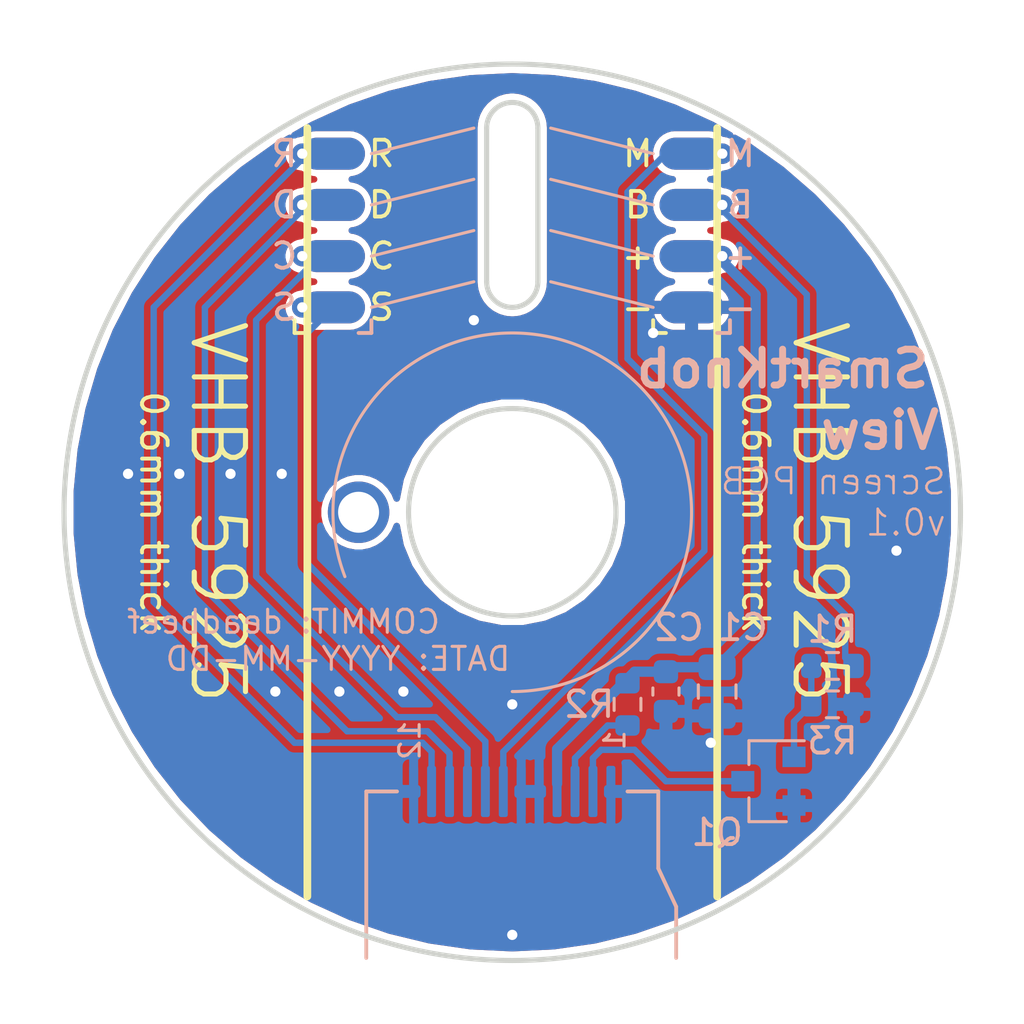
<source format=kicad_pcb>
(kicad_pcb (version 20171130) (host pcbnew 5.1.10-88a1d61d58~90~ubuntu20.04.1)

  (general
    (thickness 1.2)
    (drawings 41)
    (tracks 78)
    (zones 0)
    (modules 12)
    (nets 12)
  )

  (page A4)
  (layers
    (0 F.Cu signal)
    (31 B.Cu signal)
    (32 B.Adhes user)
    (33 F.Adhes user)
    (34 B.Paste user)
    (35 F.Paste user)
    (36 B.SilkS user)
    (37 F.SilkS user)
    (38 B.Mask user)
    (39 F.Mask user)
    (40 Dwgs.User user)
    (41 Cmts.User user)
    (42 Eco1.User user)
    (43 Eco2.User user)
    (44 Edge.Cuts user)
    (45 Margin user)
    (46 B.CrtYd user)
    (47 F.CrtYd user)
    (48 B.Fab user)
    (49 F.Fab user)
  )

  (setup
    (last_trace_width 0.25)
    (user_trace_width 0.4)
    (trace_clearance 0.2)
    (zone_clearance 0.254)
    (zone_45_only no)
    (trace_min 0.2)
    (via_size 0.8)
    (via_drill 0.4)
    (via_min_size 0.4)
    (via_min_drill 0.3)
    (uvia_size 0.3)
    (uvia_drill 0.1)
    (uvias_allowed no)
    (uvia_min_size 0.2)
    (uvia_min_drill 0.1)
    (edge_width 0.05)
    (segment_width 0.2)
    (pcb_text_width 0.3)
    (pcb_text_size 1.5 1.5)
    (mod_edge_width 0.12)
    (mod_text_size 1 1)
    (mod_text_width 0.15)
    (pad_size 1.524 1.524)
    (pad_drill 0.762)
    (pad_to_mask_clearance 0)
    (aux_axis_origin 0 0)
    (visible_elements FFFFFF7F)
    (pcbplotparams
      (layerselection 0x010fc_ffffffff)
      (usegerberextensions false)
      (usegerberattributes true)
      (usegerberadvancedattributes true)
      (creategerberjobfile true)
      (excludeedgelayer true)
      (linewidth 0.100000)
      (plotframeref false)
      (viasonmask false)
      (mode 1)
      (useauxorigin false)
      (hpglpennumber 1)
      (hpglpenspeed 20)
      (hpglpendiameter 15.000000)
      (psnegative false)
      (psa4output false)
      (plotreference true)
      (plotvalue true)
      (plotinvisibletext false)
      (padsonsilk false)
      (subtractmaskfromsilk false)
      (outputformat 4)
      (mirror false)
      (drillshape 0)
      (scaleselection 1)
      (outputdirectory "../build/"))
  )

  (net 0 "")
  (net 1 GND)
  (net 2 /VDD)
  (net 3 /DC)
  (net 4 /BACKLIGHT_EN)
  (net 5 /nRESET)
  (net 6 /MOSI)
  (net 7 /SCK)
  (net 8 /nCS)
  (net 9 /LEDA)
  (net 10 /LEDK)
  (net 11 "Net-(Q1-Pad1)")

  (net_class Default "This is the default net class."
    (clearance 0.2)
    (trace_width 0.25)
    (via_dia 0.8)
    (via_drill 0.4)
    (uvia_dia 0.3)
    (uvia_drill 0.1)
    (add_net /BACKLIGHT_EN)
    (add_net /DC)
    (add_net /LEDA)
    (add_net /LEDK)
    (add_net /MOSI)
    (add_net /SCK)
    (add_net /VDD)
    (add_net /nCS)
    (add_net /nRESET)
    (add_net GND)
    (add_net "Net-(H1-Pad1)")
    (add_net "Net-(Q1-Pad1)")
  )

  (module SolderPads:SolderPads_2mm_4 (layer F.Cu) (tedit 622E46A5) (tstamp 622F2B9C)
    (at 93 92 90)
    (path /62654604)
    (attr virtual)
    (fp_text reference J5 (at 0 0.5 90) (layer F.SilkS) hide
      (effects (font (size 1 1) (thickness 0.15)))
    )
    (fp_text value Conn_01x04 (at 0 -0.5 90) (layer F.Fab)
      (effects (font (size 1 1) (thickness 0.15)))
    )
    (fp_line (start -1 -1.5) (end -1 -1) (layer F.SilkS) (width 0.15))
    (fp_line (start -0.5 -1.5) (end -1 -1.5) (layer F.SilkS) (width 0.15))
    (pad 4 smd oval (at 6 0 90) (size 1.25 2.5) (layers F.Cu F.Mask)
      (net 5 /nRESET))
    (pad 3 smd oval (at 4 0 90) (size 1.25 2.5) (layers F.Cu F.Mask)
      (net 6 /MOSI))
    (pad 2 smd oval (at 2 0 90) (size 1.25 2.5) (layers F.Cu F.Mask)
      (net 7 /SCK))
    (pad 1 smd oval (at 0 0 90) (size 1.25 2.5) (layers F.Cu F.Mask)
      (net 8 /nCS))
  )

  (module SolderPads:SolderPads_2mm_4 (layer F.Cu) (tedit 622E46A5) (tstamp 622F2C5C)
    (at 107 92 90)
    (path /626526C1)
    (attr virtual)
    (fp_text reference J4 (at 0 0.5 90) (layer F.SilkS) hide
      (effects (font (size 1 1) (thickness 0.15)))
    )
    (fp_text value Conn_01x04 (at 0 -0.5 90) (layer F.Fab)
      (effects (font (size 1 1) (thickness 0.15)))
    )
    (fp_line (start -1 -1.5) (end -1 -1) (layer F.SilkS) (width 0.15))
    (fp_line (start -0.5 -1.5) (end -1 -1.5) (layer F.SilkS) (width 0.15))
    (pad 4 smd oval (at 6 0 90) (size 1.25 2.5) (layers F.Cu F.Mask)
      (net 3 /DC))
    (pad 3 smd oval (at 4 0 90) (size 1.25 2.5) (layers F.Cu F.Mask)
      (net 4 /BACKLIGHT_EN))
    (pad 2 smd oval (at 2 0 90) (size 1.25 2.5) (layers F.Cu F.Mask)
      (net 2 /VDD))
    (pad 1 smd oval (at 0 0 90) (size 1.25 2.5) (layers F.Cu F.Mask)
      (net 1 GND))
  )

  (module SolderPads:SolderPads_2mm_4 (layer B.Cu) (tedit 622E46A5) (tstamp 6207D74B)
    (at 93 92 90)
    (path /62076D99)
    (attr virtual)
    (fp_text reference J3 (at 0 -0.5 270) (layer B.SilkS) hide
      (effects (font (size 1 1) (thickness 0.15)) (justify mirror))
    )
    (fp_text value Conn_01x04 (at 0 0.5 270) (layer B.Fab)
      (effects (font (size 1 1) (thickness 0.15)) (justify mirror))
    )
    (fp_line (start -0.5 1.5) (end -1 1.5) (layer B.SilkS) (width 0.15))
    (fp_line (start -1 1.5) (end -1 1) (layer B.SilkS) (width 0.15))
    (pad 4 smd oval (at 6 0 90) (size 1.25 2.5) (layers B.Cu B.Mask)
      (net 5 /nRESET))
    (pad 3 smd oval (at 4 0 90) (size 1.25 2.5) (layers B.Cu B.Mask)
      (net 6 /MOSI))
    (pad 2 smd oval (at 2 0 90) (size 1.25 2.5) (layers B.Cu B.Mask)
      (net 7 /SCK))
    (pad 1 smd oval (at 0 0 90) (size 1.25 2.5) (layers B.Cu B.Mask)
      (net 8 /nCS))
  )

  (module SolderPads:SolderPads_2mm_4 (layer B.Cu) (tedit 622E46A5) (tstamp 620C013A)
    (at 107 92 90)
    (path /6207690B)
    (attr virtual)
    (fp_text reference J1 (at 0 -0.5 270) (layer B.SilkS) hide
      (effects (font (size 1 1) (thickness 0.15)) (justify mirror))
    )
    (fp_text value Conn_01x04 (at 0 0.5 270) (layer B.Fab)
      (effects (font (size 1 1) (thickness 0.15)) (justify mirror))
    )
    (fp_line (start -0.5 1.5) (end -1 1.5) (layer B.SilkS) (width 0.15))
    (fp_line (start -1 1.5) (end -1 1) (layer B.SilkS) (width 0.15))
    (pad 4 smd oval (at 6 0 90) (size 1.25 2.5) (layers B.Cu B.Mask)
      (net 3 /DC))
    (pad 3 smd oval (at 4 0 90) (size 1.25 2.5) (layers B.Cu B.Mask)
      (net 4 /BACKLIGHT_EN))
    (pad 2 smd oval (at 2 0 90) (size 1.25 2.5) (layers B.Cu B.Mask)
      (net 2 /VDD))
    (pad 1 smd oval (at 0 0 90) (size 1.25 2.5) (layers B.Cu B.Mask)
      (net 1 GND))
  )

  (module LCD_GC9A01:GC9A01Round1.28 (layer B.Cu) (tedit 622E4650) (tstamp 6207D05B)
    (at 100 110.9 90)
    (path /620756C7)
    (attr smd)
    (fp_text reference J2 (at 4 -1 90) (layer B.SilkS) hide
      (effects (font (size 1 1) (thickness 0.15)) (justify mirror))
    )
    (fp_text value GC9A01 (at 0 0.5 90) (layer B.Fab)
      (effects (font (size 1 1) (thickness 0.15)) (justify mirror))
    )
    (fp_line (start 0 -5.7) (end 0 -4.5) (layer B.SilkS) (width 0.15))
    (fp_line (start 0 5.7) (end 0 4.5) (layer B.SilkS) (width 0.15))
    (fp_line (start -4.5 6.4) (end -3 5.7) (layer B.SilkS) (width 0.15))
    (fp_line (start -6.5 6.4) (end -4.5 6.4) (layer B.SilkS) (width 0.15))
    (fp_line (start 0 -5.7) (end -6.5 -5.7) (layer B.SilkS) (width 0.15))
    (fp_line (start 0 5.7) (end -3 5.7) (layer B.SilkS) (width 0.15))
    (fp_text user 12 (at 2 -4 90) (layer B.SilkS)
      (effects (font (size 0.8 0.8) (thickness 0.12)) (justify mirror))
    )
    (fp_text user 1 (at 2 4 90) (layer B.SilkS)
      (effects (font (size 0.8 0.8) (thickness 0.12)) (justify mirror))
    )
    (pad 12 smd roundrect (at 0 -3.85 90) (size 2 0.35) (layers B.Cu B.Paste B.Mask) (roundrect_rratio 0.25)
      (net 1 GND))
    (pad 11 smd roundrect (at 0 -3.15 90) (size 2 0.35) (layers B.Cu B.Paste B.Mask) (roundrect_rratio 0.25)
      (net 5 /nRESET))
    (pad 10 smd roundrect (at 0 -2.45 90) (size 2 0.35) (layers B.Cu B.Paste B.Mask) (roundrect_rratio 0.25)
      (net 6 /MOSI))
    (pad 9 smd roundrect (at 0 -1.75 90) (size 2 0.35) (layers B.Cu B.Paste B.Mask) (roundrect_rratio 0.25)
      (net 7 /SCK))
    (pad 8 smd roundrect (at 0 -1.05 90) (size 2 0.35) (layers B.Cu B.Paste B.Mask) (roundrect_rratio 0.25)
      (net 8 /nCS))
    (pad 7 smd roundrect (at 0 -0.35 90) (size 2 0.35) (layers B.Cu B.Paste B.Mask) (roundrect_rratio 0.25)
      (net 3 /DC))
    (pad 6 smd roundrect (at 0 0.35 90) (size 2 0.35) (layers B.Cu B.Paste B.Mask) (roundrect_rratio 0.25)
      (net 1 GND))
    (pad 5 smd roundrect (at 0 1.05 90) (size 2 0.35) (layers B.Cu B.Paste B.Mask) (roundrect_rratio 0.25)
      (net 1 GND))
    (pad 4 smd roundrect (at 0 1.75 90) (size 2 0.35) (layers B.Cu B.Paste B.Mask) (roundrect_rratio 0.25)
      (net 2 /VDD))
    (pad 3 smd roundrect (at 0 2.45 90) (size 2 0.35) (layers B.Cu B.Paste B.Mask) (roundrect_rratio 0.25)
      (net 9 /LEDA))
    (pad 2 smd roundrect (at 0 3.15 90) (size 2 0.35) (layers B.Cu B.Paste B.Mask) (roundrect_rratio 0.25)
      (net 10 /LEDK))
    (pad 1 smd roundrect (at 0 3.85 90) (size 2 0.35) (layers B.Cu B.Paste B.Mask) (roundrect_rratio 0.25)
      (net 1 GND))
    (model ${KIPRJMOD}/../lib/LCD_GC9A01.3dshapes/TFT-Round-1.28.step
      (offset (xyz 10.9 0 -1.8))
      (scale (xyz 1 1 1))
      (rotate (xyz 0 180 90))
    )
  )

  (module Resistor_SMD:R_0603_1608Metric (layer B.Cu) (tedit 5F68FEEE) (tstamp 6207D0AD)
    (at 112.5 107.5)
    (descr "Resistor SMD 0603 (1608 Metric), square (rectangular) end terminal, IPC_7351 nominal, (Body size source: IPC-SM-782 page 72, https://www.pcb-3d.com/wordpress/wp-content/uploads/ipc-sm-782a_amendment_1_and_2.pdf), generated with kicad-footprint-generator")
    (tags resistor)
    (path /620807F6)
    (attr smd)
    (fp_text reference R3 (at 0 1.43) (layer B.SilkS)
      (effects (font (size 1 1) (thickness 0.15)) (justify mirror))
    )
    (fp_text value 1M (at 0 -1.43) (layer B.Fab)
      (effects (font (size 1 1) (thickness 0.15)) (justify mirror))
    )
    (fp_line (start 1.48 -0.73) (end -1.48 -0.73) (layer B.CrtYd) (width 0.05))
    (fp_line (start 1.48 0.73) (end 1.48 -0.73) (layer B.CrtYd) (width 0.05))
    (fp_line (start -1.48 0.73) (end 1.48 0.73) (layer B.CrtYd) (width 0.05))
    (fp_line (start -1.48 -0.73) (end -1.48 0.73) (layer B.CrtYd) (width 0.05))
    (fp_line (start -0.237258 -0.5225) (end 0.237258 -0.5225) (layer B.SilkS) (width 0.12))
    (fp_line (start -0.237258 0.5225) (end 0.237258 0.5225) (layer B.SilkS) (width 0.12))
    (fp_line (start 0.8 -0.4125) (end -0.8 -0.4125) (layer B.Fab) (width 0.1))
    (fp_line (start 0.8 0.4125) (end 0.8 -0.4125) (layer B.Fab) (width 0.1))
    (fp_line (start -0.8 0.4125) (end 0.8 0.4125) (layer B.Fab) (width 0.1))
    (fp_line (start -0.8 -0.4125) (end -0.8 0.4125) (layer B.Fab) (width 0.1))
    (fp_text user %R (at 0 0) (layer B.Fab)
      (effects (font (size 0.4 0.4) (thickness 0.06)) (justify mirror))
    )
    (pad 2 smd roundrect (at 0.825 0) (size 0.8 0.95) (layers B.Cu B.Paste B.Mask) (roundrect_rratio 0.25)
      (net 1 GND))
    (pad 1 smd roundrect (at -0.825 0) (size 0.8 0.95) (layers B.Cu B.Paste B.Mask) (roundrect_rratio 0.25)
      (net 11 "Net-(Q1-Pad1)"))
    (model ${KISYS3DMOD}/Resistor_SMD.3dshapes/R_0603_1608Metric.wrl
      (at (xyz 0 0 0))
      (scale (xyz 1 1 1))
      (rotate (xyz 0 0 0))
    )
  )

  (module Resistor_SMD:R_0603_1608Metric (layer B.Cu) (tedit 5F68FEEE) (tstamp 6207D09C)
    (at 104.5 107.5 270)
    (descr "Resistor SMD 0603 (1608 Metric), square (rectangular) end terminal, IPC_7351 nominal, (Body size source: IPC-SM-782 page 72, https://www.pcb-3d.com/wordpress/wp-content/uploads/ipc-sm-782a_amendment_1_and_2.pdf), generated with kicad-footprint-generator")
    (tags resistor)
    (path /6209F498)
    (attr smd)
    (fp_text reference R2 (at 0 1.5) (layer B.SilkS)
      (effects (font (size 1 1) (thickness 0.15)) (justify mirror))
    )
    (fp_text value 22R (at 0 -1.43 270) (layer B.Fab)
      (effects (font (size 1 1) (thickness 0.15)) (justify mirror))
    )
    (fp_line (start 1.48 -0.73) (end -1.48 -0.73) (layer B.CrtYd) (width 0.05))
    (fp_line (start 1.48 0.73) (end 1.48 -0.73) (layer B.CrtYd) (width 0.05))
    (fp_line (start -1.48 0.73) (end 1.48 0.73) (layer B.CrtYd) (width 0.05))
    (fp_line (start -1.48 -0.73) (end -1.48 0.73) (layer B.CrtYd) (width 0.05))
    (fp_line (start -0.237258 -0.5225) (end 0.237258 -0.5225) (layer B.SilkS) (width 0.12))
    (fp_line (start -0.237258 0.5225) (end 0.237258 0.5225) (layer B.SilkS) (width 0.12))
    (fp_line (start 0.8 -0.4125) (end -0.8 -0.4125) (layer B.Fab) (width 0.1))
    (fp_line (start 0.8 0.4125) (end 0.8 -0.4125) (layer B.Fab) (width 0.1))
    (fp_line (start -0.8 0.4125) (end 0.8 0.4125) (layer B.Fab) (width 0.1))
    (fp_line (start -0.8 -0.4125) (end -0.8 0.4125) (layer B.Fab) (width 0.1))
    (fp_text user %R (at 0 0 270) (layer B.Fab)
      (effects (font (size 0.4 0.4) (thickness 0.06)) (justify mirror))
    )
    (pad 2 smd roundrect (at 0.825 0 270) (size 0.8 0.95) (layers B.Cu B.Paste B.Mask) (roundrect_rratio 0.25)
      (net 9 /LEDA))
    (pad 1 smd roundrect (at -0.825 0 270) (size 0.8 0.95) (layers B.Cu B.Paste B.Mask) (roundrect_rratio 0.25)
      (net 2 /VDD))
    (model ${KISYS3DMOD}/Resistor_SMD.3dshapes/R_0603_1608Metric.wrl
      (at (xyz 0 0 0))
      (scale (xyz 1 1 1))
      (rotate (xyz 0 0 0))
    )
  )

  (module Resistor_SMD:R_0603_1608Metric (layer B.Cu) (tedit 5F68FEEE) (tstamp 6207D08B)
    (at 112.5 106 180)
    (descr "Resistor SMD 0603 (1608 Metric), square (rectangular) end terminal, IPC_7351 nominal, (Body size source: IPC-SM-782 page 72, https://www.pcb-3d.com/wordpress/wp-content/uploads/ipc-sm-782a_amendment_1_and_2.pdf), generated with kicad-footprint-generator")
    (tags resistor)
    (path /6208164C)
    (attr smd)
    (fp_text reference R1 (at 0 1.43) (layer B.SilkS)
      (effects (font (size 1 1) (thickness 0.15)) (justify mirror))
    )
    (fp_text value 10k (at 0 -1.43) (layer B.Fab)
      (effects (font (size 1 1) (thickness 0.15)) (justify mirror))
    )
    (fp_line (start 1.48 -0.73) (end -1.48 -0.73) (layer B.CrtYd) (width 0.05))
    (fp_line (start 1.48 0.73) (end 1.48 -0.73) (layer B.CrtYd) (width 0.05))
    (fp_line (start -1.48 0.73) (end 1.48 0.73) (layer B.CrtYd) (width 0.05))
    (fp_line (start -1.48 -0.73) (end -1.48 0.73) (layer B.CrtYd) (width 0.05))
    (fp_line (start -0.237258 -0.5225) (end 0.237258 -0.5225) (layer B.SilkS) (width 0.12))
    (fp_line (start -0.237258 0.5225) (end 0.237258 0.5225) (layer B.SilkS) (width 0.12))
    (fp_line (start 0.8 -0.4125) (end -0.8 -0.4125) (layer B.Fab) (width 0.1))
    (fp_line (start 0.8 0.4125) (end 0.8 -0.4125) (layer B.Fab) (width 0.1))
    (fp_line (start -0.8 0.4125) (end 0.8 0.4125) (layer B.Fab) (width 0.1))
    (fp_line (start -0.8 -0.4125) (end -0.8 0.4125) (layer B.Fab) (width 0.1))
    (fp_text user %R (at 0 0) (layer B.Fab)
      (effects (font (size 0.4 0.4) (thickness 0.06)) (justify mirror))
    )
    (pad 2 smd roundrect (at 0.825 0 180) (size 0.8 0.95) (layers B.Cu B.Paste B.Mask) (roundrect_rratio 0.25)
      (net 11 "Net-(Q1-Pad1)"))
    (pad 1 smd roundrect (at -0.825 0 180) (size 0.8 0.95) (layers B.Cu B.Paste B.Mask) (roundrect_rratio 0.25)
      (net 4 /BACKLIGHT_EN))
    (model ${KISYS3DMOD}/Resistor_SMD.3dshapes/R_0603_1608Metric.wrl
      (at (xyz 0 0 0))
      (scale (xyz 1 1 1))
      (rotate (xyz 0 0 0))
    )
  )

  (module Package_TO_SOT_SMD:SOT-23 (layer B.Cu) (tedit 5A02FF57) (tstamp 6207D07A)
    (at 110 110.5 180)
    (descr "SOT-23, Standard")
    (tags SOT-23)
    (path /6207DB9F)
    (attr smd)
    (fp_text reference Q1 (at 2 -2 180) (layer B.SilkS)
      (effects (font (size 1 1) (thickness 0.15)) (justify mirror))
    )
    (fp_text value 2N7002 (at 0 -2.5 180) (layer B.Fab)
      (effects (font (size 1 1) (thickness 0.15)) (justify mirror))
    )
    (fp_line (start 0.76 -1.58) (end -0.7 -1.58) (layer B.SilkS) (width 0.12))
    (fp_line (start 0.76 1.58) (end -1.4 1.58) (layer B.SilkS) (width 0.12))
    (fp_line (start -1.7 -1.75) (end -1.7 1.75) (layer B.CrtYd) (width 0.05))
    (fp_line (start 1.7 -1.75) (end -1.7 -1.75) (layer B.CrtYd) (width 0.05))
    (fp_line (start 1.7 1.75) (end 1.7 -1.75) (layer B.CrtYd) (width 0.05))
    (fp_line (start -1.7 1.75) (end 1.7 1.75) (layer B.CrtYd) (width 0.05))
    (fp_line (start 0.76 1.58) (end 0.76 0.65) (layer B.SilkS) (width 0.12))
    (fp_line (start 0.76 -1.58) (end 0.76 -0.65) (layer B.SilkS) (width 0.12))
    (fp_line (start -0.7 -1.52) (end 0.7 -1.52) (layer B.Fab) (width 0.1))
    (fp_line (start 0.7 1.52) (end 0.7 -1.52) (layer B.Fab) (width 0.1))
    (fp_line (start -0.7 0.95) (end -0.15 1.52) (layer B.Fab) (width 0.1))
    (fp_line (start -0.15 1.52) (end 0.7 1.52) (layer B.Fab) (width 0.1))
    (fp_line (start -0.7 0.95) (end -0.7 -1.5) (layer B.Fab) (width 0.1))
    (fp_text user %R (at 0 0 90) (layer B.Fab)
      (effects (font (size 0.5 0.5) (thickness 0.075)) (justify mirror))
    )
    (pad 3 smd rect (at 1 0 180) (size 0.9 0.8) (layers B.Cu B.Paste B.Mask)
      (net 10 /LEDK))
    (pad 2 smd rect (at -1 -0.95 180) (size 0.9 0.8) (layers B.Cu B.Paste B.Mask)
      (net 1 GND))
    (pad 1 smd rect (at -1 0.95 180) (size 0.9 0.8) (layers B.Cu B.Paste B.Mask)
      (net 11 "Net-(Q1-Pad1)"))
    (model ${KISYS3DMOD}/Package_TO_SOT_SMD.3dshapes/SOT-23.wrl
      (at (xyz 0 0 0))
      (scale (xyz 1 1 1))
      (rotate (xyz 0 0 0))
    )
  )

  (module Holes:AlignmentHole_1.6 locked (layer F.Cu) (tedit 620752D6) (tstamp 6207D039)
    (at 94 100)
    (descr "Mounting Hole 2.2mm, no annular, M2, ISO7380")
    (tags "mounting hole 2.2mm no annular m2 iso7380")
    (path /62075165)
    (attr virtual)
    (fp_text reference H1 (at 0 -2.75) (layer F.SilkS) hide
      (effects (font (size 1 1) (thickness 0.15)))
    )
    (fp_text value AlignmentHole (at 0 2.75) (layer F.Fab) hide
      (effects (font (size 1 1) (thickness 0.15)))
    )
    (fp_text user %R (at 0.3 0) (layer F.Fab)
      (effects (font (size 1 1) (thickness 0.15)))
    )
    (pad 1 thru_hole circle (at 0 0) (size 2.4 2.4) (drill 1.6) (layers *.Cu *.Mask))
  )

  (module Capacitor_SMD:C_0603_1608Metric (layer B.Cu) (tedit 5F68FEEE) (tstamp 6207D496)
    (at 106 107 270)
    (descr "Capacitor SMD 0603 (1608 Metric), square (rectangular) end terminal, IPC_7351 nominal, (Body size source: IPC-SM-782 page 76, https://www.pcb-3d.com/wordpress/wp-content/uploads/ipc-sm-782a_amendment_1_and_2.pdf), generated with kicad-footprint-generator")
    (tags capacitor)
    (path /620AE2F6)
    (attr smd)
    (fp_text reference C2 (at -2.5 -0.5) (layer B.SilkS)
      (effects (font (size 1 1) (thickness 0.15)) (justify mirror))
    )
    (fp_text value 0.1uF (at 0 -1.43 270) (layer B.Fab)
      (effects (font (size 1 1) (thickness 0.15)) (justify mirror))
    )
    (fp_line (start 1.48 -0.73) (end -1.48 -0.73) (layer B.CrtYd) (width 0.05))
    (fp_line (start 1.48 0.73) (end 1.48 -0.73) (layer B.CrtYd) (width 0.05))
    (fp_line (start -1.48 0.73) (end 1.48 0.73) (layer B.CrtYd) (width 0.05))
    (fp_line (start -1.48 -0.73) (end -1.48 0.73) (layer B.CrtYd) (width 0.05))
    (fp_line (start -0.14058 -0.51) (end 0.14058 -0.51) (layer B.SilkS) (width 0.12))
    (fp_line (start -0.14058 0.51) (end 0.14058 0.51) (layer B.SilkS) (width 0.12))
    (fp_line (start 0.8 -0.4) (end -0.8 -0.4) (layer B.Fab) (width 0.1))
    (fp_line (start 0.8 0.4) (end 0.8 -0.4) (layer B.Fab) (width 0.1))
    (fp_line (start -0.8 0.4) (end 0.8 0.4) (layer B.Fab) (width 0.1))
    (fp_line (start -0.8 -0.4) (end -0.8 0.4) (layer B.Fab) (width 0.1))
    (fp_text user %R (at 0 0 270) (layer B.Fab)
      (effects (font (size 0.4 0.4) (thickness 0.06)) (justify mirror))
    )
    (pad 2 smd roundrect (at 0.775 0 270) (size 0.9 0.95) (layers B.Cu B.Paste B.Mask) (roundrect_rratio 0.25)
      (net 1 GND))
    (pad 1 smd roundrect (at -0.775 0 270) (size 0.9 0.95) (layers B.Cu B.Paste B.Mask) (roundrect_rratio 0.25)
      (net 2 /VDD))
    (model ${KISYS3DMOD}/Capacitor_SMD.3dshapes/C_0603_1608Metric.wrl
      (at (xyz 0 0 0))
      (scale (xyz 1 1 1))
      (rotate (xyz 0 0 0))
    )
  )

  (module Capacitor_SMD:C_0805_2012Metric (layer B.Cu) (tedit 5F68FEEE) (tstamp 6207D4C6)
    (at 108 107 270)
    (descr "Capacitor SMD 0805 (2012 Metric), square (rectangular) end terminal, IPC_7351 nominal, (Body size source: IPC-SM-782 page 76, https://www.pcb-3d.com/wordpress/wp-content/uploads/ipc-sm-782a_amendment_1_and_2.pdf, https://docs.google.com/spreadsheets/d/1BsfQQcO9C6DZCsRaXUlFlo91Tg2WpOkGARC1WS5S8t0/edit?usp=sharing), generated with kicad-footprint-generator")
    (tags capacitor)
    (path /6208DA53)
    (attr smd)
    (fp_text reference C1 (at -2.5 -1) (layer B.SilkS)
      (effects (font (size 1 1) (thickness 0.15)) (justify mirror))
    )
    (fp_text value 22uF (at 0 -1.68 270) (layer B.Fab)
      (effects (font (size 1 1) (thickness 0.15)) (justify mirror))
    )
    (fp_line (start 1.7 -0.98) (end -1.7 -0.98) (layer B.CrtYd) (width 0.05))
    (fp_line (start 1.7 0.98) (end 1.7 -0.98) (layer B.CrtYd) (width 0.05))
    (fp_line (start -1.7 0.98) (end 1.7 0.98) (layer B.CrtYd) (width 0.05))
    (fp_line (start -1.7 -0.98) (end -1.7 0.98) (layer B.CrtYd) (width 0.05))
    (fp_line (start -0.261252 -0.735) (end 0.261252 -0.735) (layer B.SilkS) (width 0.12))
    (fp_line (start -0.261252 0.735) (end 0.261252 0.735) (layer B.SilkS) (width 0.12))
    (fp_line (start 1 -0.625) (end -1 -0.625) (layer B.Fab) (width 0.1))
    (fp_line (start 1 0.625) (end 1 -0.625) (layer B.Fab) (width 0.1))
    (fp_line (start -1 0.625) (end 1 0.625) (layer B.Fab) (width 0.1))
    (fp_line (start -1 -0.625) (end -1 0.625) (layer B.Fab) (width 0.1))
    (fp_text user %R (at 0 0 270) (layer B.Fab)
      (effects (font (size 0.5 0.5) (thickness 0.08)) (justify mirror))
    )
    (pad 2 smd roundrect (at 0.95 0 270) (size 1 1.45) (layers B.Cu B.Paste B.Mask) (roundrect_rratio 0.25)
      (net 1 GND))
    (pad 1 smd roundrect (at -0.95 0 270) (size 1 1.45) (layers B.Cu B.Paste B.Mask) (roundrect_rratio 0.25)
      (net 2 /VDD))
    (model ${KISYS3DMOD}/Capacitor_SMD.3dshapes/C_0805_2012Metric.wrl
      (at (xyz 0 0 0))
      (scale (xyz 1 1 1))
      (rotate (xyz 0 0 0))
    )
  )

  (gr_text View (at 116.8 96.8) (layer B.SilkS) (tstamp 622F307C)
    (effects (font (size 1.4 1.4) (thickness 0.27)) (justify left mirror))
  )
  (gr_text B (at 104.9 88) (layer F.SilkS) (tstamp 622F2D00)
    (effects (font (size 1 1) (thickness 0.15)))
  )
  (gr_text M (at 104.9 86) (layer F.SilkS) (tstamp 622F2CFF)
    (effects (font (size 1 1) (thickness 0.15)))
  )
  (gr_text + (at 104.9 90) (layer F.SilkS) (tstamp 622F2CFE)
    (effects (font (size 1 1) (thickness 0.15)))
  )
  (gr_text - (at 104.9 92) (layer F.SilkS) (tstamp 622F2CFD)
    (effects (font (size 1 1) (thickness 0.15)))
  )
  (gr_text R (at 94.9 86) (layer F.SilkS) (tstamp 622F2CE7)
    (effects (font (size 1 1) (thickness 0.15)))
  )
  (gr_text S (at 94.9 92) (layer F.SilkS) (tstamp 622F2CE6)
    (effects (font (size 1 1) (thickness 0.15)))
  )
  (gr_text C (at 94.9 90) (layer F.SilkS) (tstamp 622F2CE5)
    (effects (font (size 1 1) (thickness 0.15)))
  )
  (gr_text D (at 94.9 88) (layer F.SilkS) (tstamp 622F2CE4)
    (effects (font (size 1 1) (thickness 0.15)))
  )
  (gr_line (start 101.5 91) (end 105.5 92) (layer B.SilkS) (width 0.12) (tstamp 620C24DF))
  (gr_line (start 101.5 89) (end 105.5 90) (layer B.SilkS) (width 0.12) (tstamp 620C24DF))
  (gr_line (start 101.5 87) (end 105.5 88) (layer B.SilkS) (width 0.12) (tstamp 620C24DF))
  (gr_line (start 101.5 85) (end 105.5 86) (layer B.SilkS) (width 0.12) (tstamp 620C24DA))
  (gr_line (start 98.5 91) (end 94.5 92) (layer B.SilkS) (width 0.12) (tstamp 620C23A8))
  (gr_line (start 98.5 89) (end 94.5 90) (layer B.SilkS) (width 0.12) (tstamp 620C23A8))
  (gr_line (start 98.5 87) (end 94.5 88) (layer B.SilkS) (width 0.12) (tstamp 620C23A8))
  (gr_line (start 98.5 85) (end 94.5 86) (layer B.SilkS) (width 0.12) (tstamp 620C23A4))
  (gr_text "VHB 5925" (at 88.5 100 -90) (layer F.SilkS) (tstamp 620C0FC5)
    (effects (font (size 2 2) (thickness 0.2)))
  )
  (gr_arc (start 100 100) (end 100 107) (angle -291.0375151) (layer B.SilkS) (width 0.12) (tstamp 620C0C43))
  (gr_line (start 101 91) (end 101 85) (layer Edge.Cuts) (width 0.2) (tstamp 620C0238))
  (gr_line (start 99 85) (end 99 91) (layer Edge.Cuts) (width 0.2) (tstamp 620C0236))
  (gr_arc (start 100 91) (end 99 91) (angle -180) (layer Edge.Cuts) (width 0.2) (tstamp 620C0228))
  (gr_arc (start 100 85) (end 101 85) (angle -180) (layer Edge.Cuts) (width 0.2))
  (gr_text "    COMMIT: deadbeef\nDATE: YYYY-MM-DD\n" (at 100 105) (layer B.SilkS) (tstamp 620BB164)
    (effects (font (size 0.9 0.9) (thickness 0.12)) (justify left mirror))
  )
  (gr_text "Screen PCB\nv0.1" (at 117 99.6) (layer B.SilkS)
    (effects (font (size 1 1) (thickness 0.1)) (justify left mirror))
  )
  (gr_text SmartKnob (at 116.4 94.4) (layer B.SilkS) (tstamp 620C0ACE)
    (effects (font (size 1.4 1.4) (thickness 0.27)) (justify left mirror))
  )
  (gr_text S (at 91.1 92) (layer B.SilkS)
    (effects (font (size 1 1) (thickness 0.15)) (justify mirror))
  )
  (gr_text C (at 91.1 90) (layer B.SilkS)
    (effects (font (size 1 1) (thickness 0.15)) (justify mirror))
  )
  (gr_text - (at 108.9 92) (layer B.SilkS)
    (effects (font (size 1 1) (thickness 0.15)) (justify mirror))
  )
  (gr_text + (at 108.9 90) (layer B.SilkS)
    (effects (font (size 1 1) (thickness 0.15)) (justify mirror))
  )
  (gr_text B (at 108.9 88) (layer B.SilkS)
    (effects (font (size 1 1) (thickness 0.15)) (justify mirror))
  )
  (gr_text D (at 91.1 88) (layer B.SilkS)
    (effects (font (size 1 1) (thickness 0.15)) (justify mirror))
  )
  (gr_text M (at 108.9 86) (layer B.SilkS)
    (effects (font (size 1 1) (thickness 0.15)) (justify mirror))
  )
  (gr_text R (at 91.1 86) (layer B.SilkS)
    (effects (font (size 1 1) (thickness 0.15)) (justify mirror))
  )
  (gr_text "0.6mm thick" (at 86 100 -90) (layer F.SilkS) (tstamp 6208F7F2)
    (effects (font (size 1 1) (thickness 0.15)))
  )
  (gr_text "0.6mm thick" (at 109.5 100 -90) (layer F.SilkS)
    (effects (font (size 1 1) (thickness 0.15)))
  )
  (gr_text "VHB 5925" (at 112 100 -90) (layer F.SilkS)
    (effects (font (size 2 2) (thickness 0.2)))
  )
  (gr_line (start 92 85) (end 92 115) (layer F.SilkS) (width 0.3))
  (gr_line (start 108 85) (end 108 115) (layer F.SilkS) (width 0.3))
  (gr_circle (center 100 100) (end 117.5 100) (layer Edge.Cuts) (width 0.2))
  (gr_circle (center 100 100) (end 104.05 100) (layer Edge.Cuts) (width 0.2))

  (via (at 91.8 92) (size 0.8) (drill 0.4) (layers F.Cu B.Cu) (net 8))
  (via (at 91.8 90) (size 0.8) (drill 0.4) (layers F.Cu B.Cu) (net 7))
  (via (at 91.8 88) (size 0.8) (drill 0.4) (layers F.Cu B.Cu) (net 6))
  (via (at 91.8 86) (size 0.8) (drill 0.4) (layers F.Cu B.Cu) (net 5))
  (via (at 108.2 90) (size 0.8) (drill 0.4) (layers F.Cu B.Cu) (net 2))
  (via (at 108.2 88) (size 0.8) (drill 0.4) (layers F.Cu B.Cu) (net 4))
  (via (at 108.2 86) (size 0.8) (drill 0.4) (layers F.Cu B.Cu) (net 3))
  (via (at 91 98.5) (size 0.8) (drill 0.4) (layers F.Cu B.Cu) (net 1))
  (via (at 89 98.5) (size 0.8) (drill 0.4) (layers F.Cu B.Cu) (net 1))
  (via (at 87 98.5) (size 0.8) (drill 0.4) (layers F.Cu B.Cu) (net 1))
  (via (at 95.75 107) (size 0.8) (drill 0.4) (layers F.Cu B.Cu) (net 1))
  (via (at 93.25 107) (size 0.8) (drill 0.4) (layers F.Cu B.Cu) (net 1) (tstamp 620905D8))
  (via (at 90.75 107) (size 0.8) (drill 0.4) (layers F.Cu B.Cu) (net 1))
  (via (at 100 116.5) (size 0.8) (drill 0.4) (layers F.Cu B.Cu) (net 1))
  (via (at 115 101.5) (size 0.8) (drill 0.4) (layers F.Cu B.Cu) (net 1))
  (via (at 85 98.5) (size 0.8) (drill 0.4) (layers F.Cu B.Cu) (net 1))
  (via (at 100 107.5) (size 0.8) (drill 0.4) (layers F.Cu B.Cu) (net 1))
  (via (at 107.75 109) (size 0.8) (drill 0.4) (layers F.Cu B.Cu) (net 1))
  (via (at 98.5 92.5) (size 0.8) (drill 0.4) (layers F.Cu B.Cu) (net 1))
  (via (at 105.5 93) (size 0.8) (drill 0.4) (layers F.Cu B.Cu) (net 1))
  (segment (start 106.175 106.05) (end 106 106.225) (width 0.25) (layer B.Cu) (net 2))
  (segment (start 108 106.05) (end 106.175 106.05) (width 0.4) (layer B.Cu) (net 2))
  (segment (start 104.775 106.225) (end 101.75 109.25) (width 0.4) (layer B.Cu) (net 2))
  (segment (start 106 106.225) (end 104.775 106.225) (width 0.4) (layer B.Cu) (net 2))
  (segment (start 101.75 109.25) (end 101.75 110.6) (width 0.4) (layer B.Cu) (net 2))
  (segment (start 109.5 104.55) (end 108 106.05) (width 0.4) (layer B.Cu) (net 2))
  (segment (start 109.5 91.5) (end 109.5 104.55) (width 0.4) (layer B.Cu) (net 2))
  (segment (start 108 90) (end 109.5 91.5) (width 0.4) (layer B.Cu) (net 2))
  (segment (start 108 90) (end 107 90) (width 0.4) (layer B.Cu) (net 2))
  (segment (start 104.5 87.5) (end 106 86) (width 0.25) (layer B.Cu) (net 3) (status 1000000))
  (segment (start 106 86) (end 107 86) (width 0.25) (layer B.Cu) (net 3) (status 1000000))
  (segment (start 99.65 110.6) (end 99.65 109.35) (width 0.25) (layer B.Cu) (net 3) (status 1000000))
  (segment (start 99.65 109.35) (end 107.5 101.5) (width 0.25) (layer B.Cu) (net 3) (status 1000000))
  (segment (start 104.5 94) (end 104.5 87.5) (width 0.25) (layer B.Cu) (net 3) (status 1000000))
  (segment (start 107.5 101.5) (end 107.5 97) (width 0.25) (layer B.Cu) (net 3) (status 1000000))
  (segment (start 107.5 97) (end 104.5 94) (width 0.25) (layer B.Cu) (net 3) (status 1000000))
  (segment (start 113 104) (end 113 105.675) (width 0.25) (layer B.Cu) (net 4))
  (segment (start 111.5 102.5) (end 113 104) (width 0.25) (layer B.Cu) (net 4))
  (segment (start 111.5 91.5) (end 111.5 102.5) (width 0.25) (layer B.Cu) (net 4))
  (segment (start 108 88) (end 111.5 91.5) (width 0.25) (layer B.Cu) (net 4))
  (segment (start 113 105.675) (end 113.325 106) (width 0.25) (layer B.Cu) (net 4))
  (segment (start 107 88) (end 108 88) (width 0.25) (layer B.Cu) (net 4))
  (segment (start 86 92) (end 92 86) (width 0.25) (layer B.Cu) (net 5))
  (segment (start 86 103.5) (end 86 92) (width 0.25) (layer B.Cu) (net 5))
  (segment (start 91.5 109) (end 86 103.5) (width 0.25) (layer B.Cu) (net 5))
  (segment (start 96.5 109) (end 91.5 109) (width 0.25) (layer B.Cu) (net 5))
  (segment (start 96.85 109.35) (end 96.5 109) (width 0.25) (layer B.Cu) (net 5))
  (segment (start 92 86) (end 93 86) (width 0.25) (layer B.Cu) (net 5))
  (segment (start 96.85 110.6) (end 96.85 109.35) (width 0.25) (layer B.Cu) (net 5))
  (segment (start 96.686401 108.549991) (end 97.55 109.413589) (width 0.25) (layer B.Cu) (net 6))
  (segment (start 93.549991 108.549991) (end 96.686401 108.549991) (width 0.25) (layer B.Cu) (net 6))
  (segment (start 88 103) (end 93.549991 108.549991) (width 0.25) (layer B.Cu) (net 6))
  (segment (start 97.55 109.413589) (end 97.55 110.6) (width 0.25) (layer B.Cu) (net 6))
  (segment (start 88 92) (end 88 103) (width 0.25) (layer B.Cu) (net 6))
  (segment (start 92 88) (end 88 92) (width 0.25) (layer B.Cu) (net 6))
  (segment (start 93 88) (end 92 88) (width 0.25) (layer B.Cu) (net 6))
  (segment (start 90 92.5) (end 92.5 90) (width 0.25) (layer B.Cu) (net 7))
  (segment (start 95.5 108) (end 90 102.5) (width 0.25) (layer B.Cu) (net 7))
  (segment (start 90 102.5) (end 90 92.5) (width 0.25) (layer B.Cu) (net 7))
  (segment (start 97 108) (end 95.5 108) (width 0.25) (layer B.Cu) (net 7))
  (segment (start 98.25 109.25) (end 97 108) (width 0.25) (layer B.Cu) (net 7))
  (segment (start 92.5 90) (end 93 90) (width 0.25) (layer B.Cu) (net 7))
  (segment (start 98.25 110.6) (end 98.25 109.25) (width 0.25) (layer B.Cu) (net 7))
  (segment (start 92 93) (end 93 92) (width 0.25) (layer B.Cu) (net 8))
  (segment (start 92 102) (end 92 93) (width 0.25) (layer B.Cu) (net 8))
  (segment (start 98.95 108.95) (end 92 102) (width 0.25) (layer B.Cu) (net 8))
  (segment (start 98.95 110.6) (end 98.95 108.95) (width 0.25) (layer B.Cu) (net 8))
  (segment (start 103.725 108.325) (end 104.5 108.325) (width 0.25) (layer B.Cu) (net 9))
  (segment (start 102.45 109.6) (end 103.725 108.325) (width 0.25) (layer B.Cu) (net 9))
  (segment (start 102.45 110.6) (end 102.45 109.6) (width 0.25) (layer B.Cu) (net 9))
  (segment (start 103.47501 109.27499) (end 104.77499 109.27499) (width 0.25) (layer B.Cu) (net 10))
  (segment (start 103.15 109.6) (end 103.47501 109.27499) (width 0.25) (layer B.Cu) (net 10))
  (segment (start 103.15 110.6) (end 103.15 109.6) (width 0.25) (layer B.Cu) (net 10))
  (segment (start 106 110.5) (end 109 110.5) (width 0.25) (layer B.Cu) (net 10))
  (segment (start 104.77499 109.27499) (end 106 110.5) (width 0.25) (layer B.Cu) (net 10))
  (segment (start 111 108.175) (end 111.675 107.5) (width 0.25) (layer B.Cu) (net 11))
  (segment (start 111 109.55) (end 111 108.175) (width 0.25) (layer B.Cu) (net 11))
  (segment (start 111.675 106) (end 111.675 107.5) (width 0.25) (layer B.Cu) (net 11))

  (zone (net 1) (net_name GND) (layer F.Cu) (tstamp 620B8EC8) (hatch edge 0.508)
    (connect_pads (clearance 0.254))
    (min_thickness 0.254)
    (fill yes (arc_segments 32) (thermal_gap 0.254) (thermal_bridge_width 0.508))
    (polygon
      (pts
        (xy 120 120) (xy 80 120) (xy 80 80) (xy 120 80)
      )
    )
    (filled_polygon
      (pts
        (xy 101.617759 83.058063) (xy 103.220867 83.288556) (xy 104.794806 83.670389) (xy 106.325323 84.200106) (xy 107.798557 84.872909)
        (xy 108.506304 85.281527) (xy 108.427809 85.249013) (xy 108.276922 85.219) (xy 108.259115 85.219) (xy 108.186608 85.159495)
        (xy 108.011842 85.066081) (xy 107.82221 85.008557) (xy 107.674414 84.994) (xy 106.325586 84.994) (xy 106.17779 85.008557)
        (xy 105.988158 85.066081) (xy 105.813392 85.159495) (xy 105.660209 85.285209) (xy 105.534495 85.438392) (xy 105.441081 85.613158)
        (xy 105.383557 85.80279) (xy 105.364133 86) (xy 105.383557 86.19721) (xy 105.441081 86.386842) (xy 105.534495 86.561608)
        (xy 105.660209 86.714791) (xy 105.813392 86.840505) (xy 105.988158 86.933919) (xy 106.17779 86.991443) (xy 106.264669 87)
        (xy 106.17779 87.008557) (xy 105.988158 87.066081) (xy 105.813392 87.159495) (xy 105.660209 87.285209) (xy 105.534495 87.438392)
        (xy 105.441081 87.613158) (xy 105.383557 87.80279) (xy 105.364133 88) (xy 105.383557 88.19721) (xy 105.441081 88.386842)
        (xy 105.534495 88.561608) (xy 105.660209 88.714791) (xy 105.813392 88.840505) (xy 105.988158 88.933919) (xy 106.17779 88.991443)
        (xy 106.264669 89) (xy 106.17779 89.008557) (xy 105.988158 89.066081) (xy 105.813392 89.159495) (xy 105.660209 89.285209)
        (xy 105.534495 89.438392) (xy 105.441081 89.613158) (xy 105.383557 89.80279) (xy 105.364133 90) (xy 105.383557 90.19721)
        (xy 105.441081 90.386842) (xy 105.534495 90.561608) (xy 105.660209 90.714791) (xy 105.813392 90.840505) (xy 105.988158 90.933919)
        (xy 106.17779 90.991443) (xy 106.234633 90.997042) (xy 106.054179 91.038106) (xy 105.872687 91.119178) (xy 105.710499 91.234099)
        (xy 105.573847 91.378453) (xy 105.467983 91.546693) (xy 105.409203 91.71845) (xy 105.473148 91.873) (xy 106.873 91.873)
        (xy 106.873 91.853) (xy 107.127 91.853) (xy 107.127 91.873) (xy 108.526852 91.873) (xy 108.590797 91.71845)
        (xy 108.532017 91.546693) (xy 108.426153 91.378453) (xy 108.289501 91.234099) (xy 108.127313 91.119178) (xy 107.945821 91.038106)
        (xy 107.765367 90.997042) (xy 107.82221 90.991443) (xy 108.011842 90.933919) (xy 108.186608 90.840505) (xy 108.259115 90.781)
        (xy 108.276922 90.781) (xy 108.427809 90.750987) (xy 108.569942 90.692113) (xy 108.697859 90.606642) (xy 108.806642 90.497859)
        (xy 108.892113 90.369942) (xy 108.950987 90.227809) (xy 108.981 90.076922) (xy 108.981 89.923078) (xy 108.950987 89.772191)
        (xy 108.892113 89.630058) (xy 108.806642 89.502141) (xy 108.697859 89.393358) (xy 108.569942 89.307887) (xy 108.427809 89.249013)
        (xy 108.276922 89.219) (xy 108.259115 89.219) (xy 108.186608 89.159495) (xy 108.011842 89.066081) (xy 107.82221 89.008557)
        (xy 107.735331 89) (xy 107.82221 88.991443) (xy 108.011842 88.933919) (xy 108.186608 88.840505) (xy 108.259115 88.781)
        (xy 108.276922 88.781) (xy 108.427809 88.750987) (xy 108.569942 88.692113) (xy 108.697859 88.606642) (xy 108.806642 88.497859)
        (xy 108.892113 88.369942) (xy 108.950987 88.227809) (xy 108.981 88.076922) (xy 108.981 87.923078) (xy 108.950987 87.772191)
        (xy 108.892113 87.630058) (xy 108.806642 87.502141) (xy 108.697859 87.393358) (xy 108.569942 87.307887) (xy 108.427809 87.249013)
        (xy 108.276922 87.219) (xy 108.259115 87.219) (xy 108.186608 87.159495) (xy 108.011842 87.066081) (xy 107.82221 87.008557)
        (xy 107.735331 87) (xy 107.82221 86.991443) (xy 108.011842 86.933919) (xy 108.186608 86.840505) (xy 108.259115 86.781)
        (xy 108.276922 86.781) (xy 108.427809 86.750987) (xy 108.569942 86.692113) (xy 108.697859 86.606642) (xy 108.806642 86.497859)
        (xy 108.892113 86.369942) (xy 108.950987 86.227809) (xy 108.981 86.076922) (xy 108.981 85.923078) (xy 108.950987 85.772191)
        (xy 108.892113 85.630058) (xy 108.806642 85.502141) (xy 108.697859 85.393358) (xy 108.684244 85.384261) (xy 109.201166 85.682706)
        (xy 110.520448 86.622162) (xy 111.744455 87.68277) (xy 112.862102 88.854925) (xy 113.863268 90.128011) (xy 114.738886 91.4905)
        (xy 115.481027 92.930052) (xy 116.082969 94.43363) (xy 116.539261 95.987619) (xy 116.845771 97.577944) (xy 116.999723 99.190203)
        (xy 116.999723 100.809797) (xy 116.845771 102.422056) (xy 116.539261 104.012381) (xy 116.082969 105.56637) (xy 115.481027 107.069948)
        (xy 114.738886 108.5095) (xy 113.863268 109.871989) (xy 112.862102 111.145075) (xy 111.744455 112.31723) (xy 110.520448 113.377838)
        (xy 109.201166 114.317294) (xy 107.798557 115.127091) (xy 106.325323 115.799894) (xy 104.794806 116.329611) (xy 103.220867 116.711444)
        (xy 101.617759 116.941937) (xy 100 117.019) (xy 98.382241 116.941937) (xy 96.779133 116.711444) (xy 95.205194 116.329611)
        (xy 93.674677 115.799894) (xy 92.201443 115.127091) (xy 90.798834 114.317294) (xy 89.479552 113.377838) (xy 88.255545 112.31723)
        (xy 87.137898 111.145075) (xy 86.136732 109.871989) (xy 85.261114 108.5095) (xy 84.518973 107.069948) (xy 83.917031 105.56637)
        (xy 83.460739 104.012381) (xy 83.154229 102.422056) (xy 83.000277 100.809797) (xy 83.000277 99.844285) (xy 92.419 99.844285)
        (xy 92.419 100.155715) (xy 92.479757 100.461161) (xy 92.598936 100.748884) (xy 92.771957 101.007829) (xy 92.992171 101.228043)
        (xy 93.251116 101.401064) (xy 93.538839 101.520243) (xy 93.844285 101.581) (xy 94.155715 101.581) (xy 94.461161 101.520243)
        (xy 94.748884 101.401064) (xy 95.007829 101.228043) (xy 95.228043 101.007829) (xy 95.401064 100.748884) (xy 95.488945 100.536722)
        (xy 95.644965 101.321086) (xy 95.986376 102.145327) (xy 96.482029 102.887124) (xy 97.112876 103.517971) (xy 97.854673 104.013624)
        (xy 98.678914 104.355035) (xy 99.553924 104.529086) (xy 100.446076 104.529086) (xy 101.321086 104.355035) (xy 102.145327 104.013624)
        (xy 102.887124 103.517971) (xy 103.517971 102.887124) (xy 104.013624 102.145327) (xy 104.355035 101.321086) (xy 104.529086 100.446076)
        (xy 104.529086 99.553924) (xy 104.355035 98.678914) (xy 104.013624 97.854673) (xy 103.517971 97.112876) (xy 102.887124 96.482029)
        (xy 102.145327 95.986376) (xy 101.321086 95.644965) (xy 100.446076 95.470914) (xy 99.553924 95.470914) (xy 98.678914 95.644965)
        (xy 97.854673 95.986376) (xy 97.112876 96.482029) (xy 96.482029 97.112876) (xy 95.986376 97.854673) (xy 95.644965 98.678914)
        (xy 95.488945 99.463278) (xy 95.401064 99.251116) (xy 95.228043 98.992171) (xy 95.007829 98.771957) (xy 94.748884 98.598936)
        (xy 94.461161 98.479757) (xy 94.155715 98.419) (xy 93.844285 98.419) (xy 93.538839 98.479757) (xy 93.251116 98.598936)
        (xy 92.992171 98.771957) (xy 92.771957 98.992171) (xy 92.598936 99.251116) (xy 92.479757 99.538839) (xy 92.419 99.844285)
        (xy 83.000277 99.844285) (xy 83.000277 99.190203) (xy 83.154229 97.577944) (xy 83.460739 95.987619) (xy 83.917031 94.43363)
        (xy 84.518973 92.930052) (xy 85.261114 91.4905) (xy 86.136732 90.128011) (xy 87.137898 88.854925) (xy 88.255545 87.68277)
        (xy 89.479552 86.622162) (xy 90.798834 85.682706) (xy 91.315756 85.384261) (xy 91.302141 85.393358) (xy 91.193358 85.502141)
        (xy 91.107887 85.630058) (xy 91.049013 85.772191) (xy 91.019 85.923078) (xy 91.019 86.076922) (xy 91.049013 86.227809)
        (xy 91.107887 86.369942) (xy 91.193358 86.497859) (xy 91.302141 86.606642) (xy 91.430058 86.692113) (xy 91.572191 86.750987)
        (xy 91.723078 86.781) (xy 91.740885 86.781) (xy 91.813392 86.840505) (xy 91.988158 86.933919) (xy 92.17779 86.991443)
        (xy 92.264669 87) (xy 92.17779 87.008557) (xy 91.988158 87.066081) (xy 91.813392 87.159495) (xy 91.740885 87.219)
        (xy 91.723078 87.219) (xy 91.572191 87.249013) (xy 91.430058 87.307887) (xy 91.302141 87.393358) (xy 91.193358 87.502141)
        (xy 91.107887 87.630058) (xy 91.049013 87.772191) (xy 91.019 87.923078) (xy 91.019 88.076922) (xy 91.049013 88.227809)
        (xy 91.107887 88.369942) (xy 91.193358 88.497859) (xy 91.302141 88.606642) (xy 91.430058 88.692113) (xy 91.572191 88.750987)
        (xy 91.723078 88.781) (xy 91.740885 88.781) (xy 91.813392 88.840505) (xy 91.988158 88.933919) (xy 92.17779 88.991443)
        (xy 92.264669 89) (xy 92.17779 89.008557) (xy 91.988158 89.066081) (xy 91.813392 89.159495) (xy 91.740885 89.219)
        (xy 91.723078 89.219) (xy 91.572191 89.249013) (xy 91.430058 89.307887) (xy 91.302141 89.393358) (xy 91.193358 89.502141)
        (xy 91.107887 89.630058) (xy 91.049013 89.772191) (xy 91.019 89.923078) (xy 91.019 90.076922) (xy 91.049013 90.227809)
        (xy 91.107887 90.369942) (xy 91.193358 90.497859) (xy 91.302141 90.606642) (xy 91.430058 90.692113) (xy 91.572191 90.750987)
        (xy 91.723078 90.781) (xy 91.740885 90.781) (xy 91.813392 90.840505) (xy 91.988158 90.933919) (xy 92.17779 90.991443)
        (xy 92.264669 91) (xy 92.17779 91.008557) (xy 91.988158 91.066081) (xy 91.813392 91.159495) (xy 91.740885 91.219)
        (xy 91.723078 91.219) (xy 91.572191 91.249013) (xy 91.430058 91.307887) (xy 91.302141 91.393358) (xy 91.193358 91.502141)
        (xy 91.107887 91.630058) (xy 91.049013 91.772191) (xy 91.019 91.923078) (xy 91.019 92.076922) (xy 91.049013 92.227809)
        (xy 91.107887 92.369942) (xy 91.193358 92.497859) (xy 91.302141 92.606642) (xy 91.430058 92.692113) (xy 91.572191 92.750987)
        (xy 91.723078 92.781) (xy 91.740885 92.781) (xy 91.813392 92.840505) (xy 91.988158 92.933919) (xy 92.17779 92.991443)
        (xy 92.325586 93.006) (xy 93.674414 93.006) (xy 93.82221 92.991443) (xy 94.011842 92.933919) (xy 94.186608 92.840505)
        (xy 94.339791 92.714791) (xy 94.465505 92.561608) (xy 94.558919 92.386842) (xy 94.616443 92.19721) (xy 94.635867 92)
        (xy 94.616443 91.80279) (xy 94.558919 91.613158) (xy 94.465505 91.438392) (xy 94.339791 91.285209) (xy 94.186608 91.159495)
        (xy 94.011842 91.066081) (xy 93.82221 91.008557) (xy 93.735331 91) (xy 93.82221 90.991443) (xy 94.011842 90.933919)
        (xy 94.186608 90.840505) (xy 94.339791 90.714791) (xy 94.465505 90.561608) (xy 94.558919 90.386842) (xy 94.616443 90.19721)
        (xy 94.635867 90) (xy 94.616443 89.80279) (xy 94.558919 89.613158) (xy 94.465505 89.438392) (xy 94.339791 89.285209)
        (xy 94.186608 89.159495) (xy 94.011842 89.066081) (xy 93.82221 89.008557) (xy 93.735331 89) (xy 93.82221 88.991443)
        (xy 94.011842 88.933919) (xy 94.186608 88.840505) (xy 94.339791 88.714791) (xy 94.465505 88.561608) (xy 94.558919 88.386842)
        (xy 94.616443 88.19721) (xy 94.635867 88) (xy 94.616443 87.80279) (xy 94.558919 87.613158) (xy 94.465505 87.438392)
        (xy 94.339791 87.285209) (xy 94.186608 87.159495) (xy 94.011842 87.066081) (xy 93.82221 87.008557) (xy 93.735331 87)
        (xy 93.82221 86.991443) (xy 94.011842 86.933919) (xy 94.186608 86.840505) (xy 94.339791 86.714791) (xy 94.465505 86.561608)
        (xy 94.558919 86.386842) (xy 94.616443 86.19721) (xy 94.635867 86) (xy 94.616443 85.80279) (xy 94.558919 85.613158)
        (xy 94.465505 85.438392) (xy 94.339791 85.285209) (xy 94.186608 85.159495) (xy 94.011842 85.066081) (xy 93.82221 85.008557)
        (xy 93.674414 84.994) (xy 92.325586 84.994) (xy 92.17779 85.008557) (xy 91.988158 85.066081) (xy 91.813392 85.159495)
        (xy 91.740885 85.219) (xy 91.723078 85.219) (xy 91.572191 85.249013) (xy 91.493696 85.281527) (xy 92.022234 84.976375)
        (xy 98.519 84.976375) (xy 98.519001 91.023626) (xy 98.521393 91.047912) (xy 98.521393 91.060899) (xy 98.522095 91.067579)
        (xy 98.54385 91.261528) (xy 98.552909 91.304146) (xy 98.561382 91.346938) (xy 98.563368 91.353354) (xy 98.622381 91.539384)
        (xy 98.63954 91.579418) (xy 98.656167 91.619758) (xy 98.659362 91.625666) (xy 98.753384 91.796691) (xy 98.777997 91.832636)
        (xy 98.802138 91.868972) (xy 98.806419 91.874147) (xy 98.931869 92.023653) (xy 98.963018 92.054157) (xy 98.993737 92.08509)
        (xy 98.998941 92.089335) (xy 99.151041 92.211626) (xy 99.187487 92.235475) (xy 99.22366 92.259874) (xy 99.22959 92.263027)
        (xy 99.402546 92.353447) (xy 99.442954 92.369773) (xy 99.483159 92.386673) (xy 99.489588 92.388614) (xy 99.676814 92.443717)
        (xy 99.719606 92.45188) (xy 99.762339 92.460652) (xy 99.769023 92.461307) (xy 99.963385 92.478996) (xy 100.006981 92.478692)
        (xy 100.050576 92.478996) (xy 100.057261 92.478341) (xy 100.251357 92.45794) (xy 100.294038 92.449179) (xy 100.336884 92.441005)
        (xy 100.343313 92.439064) (xy 100.529751 92.381352) (xy 100.569937 92.36446) (xy 100.61036 92.348127) (xy 100.616286 92.344976)
        (xy 100.616291 92.344974) (xy 100.616295 92.344971) (xy 100.733591 92.28155) (xy 105.409203 92.28155) (xy 105.467983 92.453307)
        (xy 105.573847 92.621547) (xy 105.710499 92.765901) (xy 105.872687 92.880822) (xy 106.054179 92.961894) (xy 106.248 93.006)
        (xy 106.873 93.006) (xy 106.873 92.127) (xy 107.127 92.127) (xy 107.127 93.006) (xy 107.752 93.006)
        (xy 107.945821 92.961894) (xy 108.127313 92.880822) (xy 108.289501 92.765901) (xy 108.426153 92.621547) (xy 108.532017 92.453307)
        (xy 108.590797 92.28155) (xy 108.526852 92.127) (xy 107.127 92.127) (xy 106.873 92.127) (xy 105.473148 92.127)
        (xy 105.409203 92.28155) (xy 100.733591 92.28155) (xy 100.787967 92.25215) (xy 100.824098 92.227779) (xy 100.86059 92.203899)
        (xy 100.865795 92.199654) (xy 101.016172 92.07525) (xy 101.046872 92.044335) (xy 101.078038 92.013815) (xy 101.082319 92.00864)
        (xy 101.205669 91.857398) (xy 101.229785 91.821101) (xy 101.254425 91.785115) (xy 101.257619 91.779207) (xy 101.349244 91.606885)
        (xy 101.36584 91.56662) (xy 101.383031 91.52651) (xy 101.385017 91.520094) (xy 101.441426 91.333258) (xy 101.44989 91.290511)
        (xy 101.458957 91.247851) (xy 101.459659 91.241172) (xy 101.478704 91.046938) (xy 101.481 91.023626) (xy 101.481 84.976374)
        (xy 101.478607 84.952077) (xy 101.478607 84.9391) (xy 101.477905 84.932421) (xy 101.45615 84.738471) (xy 101.44709 84.695847)
        (xy 101.438618 84.653062) (xy 101.436632 84.646646) (xy 101.377619 84.460616) (xy 101.36046 84.420582) (xy 101.343833 84.380242)
        (xy 101.340638 84.374334) (xy 101.246616 84.203309) (xy 101.222004 84.167364) (xy 101.197862 84.131028) (xy 101.193581 84.125853)
        (xy 101.068131 83.976347) (xy 101.037001 83.945862) (xy 101.006263 83.914909) (xy 101.001064 83.91067) (xy 101.00106 83.910666)
        (xy 101.001056 83.910663) (xy 100.848959 83.788374) (xy 100.81248 83.764503) (xy 100.776339 83.740126) (xy 100.77041 83.736973)
        (xy 100.597454 83.646553) (xy 100.557057 83.630232) (xy 100.516841 83.613327) (xy 100.510411 83.611385) (xy 100.323186 83.556283)
        (xy 100.280394 83.54812) (xy 100.237661 83.539348) (xy 100.230977 83.538693) (xy 100.036615 83.521004) (xy 99.993019 83.521308)
        (xy 99.949423 83.521004) (xy 99.942739 83.521659) (xy 99.748642 83.54206) (xy 99.705955 83.550823) (xy 99.663116 83.558995)
        (xy 99.656687 83.560936) (xy 99.470249 83.618648) (xy 99.430048 83.635547) (xy 99.389639 83.651873) (xy 99.383709 83.655026)
        (xy 99.212033 83.747851) (xy 99.175929 83.772204) (xy 99.13941 83.796101) (xy 99.134205 83.800346) (xy 98.983827 83.92475)
        (xy 98.953108 83.955684) (xy 98.921962 83.986185) (xy 98.917681 83.99136) (xy 98.794331 84.142602) (xy 98.77021 84.178907)
        (xy 98.745576 84.214884) (xy 98.742381 84.220792) (xy 98.650756 84.393115) (xy 98.634148 84.433408) (xy 98.616969 84.47349)
        (xy 98.614983 84.479906) (xy 98.558574 84.666742) (xy 98.550108 84.709502) (xy 98.541043 84.752149) (xy 98.540341 84.758829)
        (xy 98.521296 84.953062) (xy 98.519 84.976375) (xy 92.022234 84.976375) (xy 92.201443 84.872909) (xy 93.674677 84.200106)
        (xy 95.205194 83.670389) (xy 96.779133 83.288556) (xy 98.382241 83.058063) (xy 100 82.981)
      )
    )
  )
  (zone (net 1) (net_name GND) (layer B.Cu) (tstamp 620B8ECB) (hatch edge 0.508)
    (connect_pads (clearance 0.254))
    (min_thickness 0.254)
    (fill yes (arc_segments 32) (thermal_gap 0.254) (thermal_bridge_width 0.508))
    (polygon
      (pts
        (xy 120 120) (xy 80 120) (xy 80 80) (xy 120 80)
      )
    )
    (filled_polygon
      (pts
        (xy 109.201166 85.682706) (xy 110.520448 86.622162) (xy 111.744455 87.68277) (xy 112.862102 88.854925) (xy 113.863268 90.128011)
        (xy 114.738886 91.4905) (xy 115.481027 92.930052) (xy 116.082969 94.43363) (xy 116.539261 95.987619) (xy 116.845771 97.577944)
        (xy 116.999723 99.190203) (xy 116.999723 100.809797) (xy 116.845771 102.422056) (xy 116.539261 104.012381) (xy 116.082969 105.56637)
        (xy 115.481027 107.069948) (xy 114.738886 108.5095) (xy 113.863268 109.871989) (xy 112.862102 111.145075) (xy 111.744455 112.31723)
        (xy 110.520448 113.377838) (xy 109.201166 114.317294) (xy 107.798557 115.127091) (xy 106.325323 115.799894) (xy 104.794806 116.329611)
        (xy 103.220867 116.711444) (xy 101.617759 116.941937) (xy 100 117.019) (xy 98.382241 116.941937) (xy 96.779133 116.711444)
        (xy 95.205194 116.329611) (xy 93.674677 115.799894) (xy 92.201443 115.127091) (xy 90.798834 114.317294) (xy 89.479552 113.377838)
        (xy 88.255545 112.31723) (xy 87.857718 111.9) (xy 95.592157 111.9) (xy 95.599513 111.974689) (xy 95.621299 112.046508)
        (xy 95.656678 112.112696) (xy 95.704289 112.170711) (xy 95.762304 112.218322) (xy 95.828492 112.253701) (xy 95.900311 112.275487)
        (xy 95.975 112.282843) (xy 96.00675 112.281) (xy 96.102 112.18575) (xy 96.102 111.027) (xy 95.68925 111.027)
        (xy 95.594 111.12225) (xy 95.592157 111.9) (xy 87.857718 111.9) (xy 87.137898 111.145075) (xy 86.158761 109.9)
        (xy 95.592157 109.9) (xy 95.594 110.67775) (xy 95.68925 110.773) (xy 96.102 110.773) (xy 96.102 109.61425)
        (xy 96.00675 109.519) (xy 95.975 109.517157) (xy 95.900311 109.524513) (xy 95.828492 109.546299) (xy 95.762304 109.581678)
        (xy 95.704289 109.629289) (xy 95.656678 109.687304) (xy 95.621299 109.753492) (xy 95.599513 109.825311) (xy 95.592157 109.9)
        (xy 86.158761 109.9) (xy 86.136732 109.871989) (xy 85.261114 108.5095) (xy 84.518973 107.069948) (xy 83.917031 105.56637)
        (xy 83.460739 104.012381) (xy 83.154229 102.422056) (xy 83.000277 100.809797) (xy 83.000277 99.190203) (xy 83.154229 97.577944)
        (xy 83.460739 95.987619) (xy 83.917031 94.43363) (xy 84.518973 92.930052) (xy 85.261114 91.4905) (xy 86.136732 90.128011)
        (xy 87.137898 88.854925) (xy 88.255545 87.68277) (xy 89.479552 86.622162) (xy 90.798834 85.682706) (xy 91.315756 85.384261)
        (xy 91.302141 85.393358) (xy 91.193358 85.502141) (xy 91.107887 85.630058) (xy 91.049013 85.772191) (xy 91.019 85.923078)
        (xy 91.019 86.076922) (xy 91.049013 86.227809) (xy 91.051235 86.233173) (xy 85.659781 91.624628) (xy 85.640474 91.640473)
        (xy 85.577242 91.717521) (xy 85.559042 91.751571) (xy 85.530255 91.805426) (xy 85.501322 91.900808) (xy 85.491553 92)
        (xy 85.494001 92.024856) (xy 85.494 103.475154) (xy 85.491553 103.5) (xy 85.494 103.524846) (xy 85.494 103.524853)
        (xy 85.501322 103.599192) (xy 85.530255 103.694574) (xy 85.577241 103.782479) (xy 85.640473 103.859527) (xy 85.659785 103.875376)
        (xy 91.124628 109.34022) (xy 91.140473 109.359527) (xy 91.217521 109.422759) (xy 91.305086 109.469564) (xy 91.305425 109.469745)
        (xy 91.400807 109.498678) (xy 91.5 109.508448) (xy 91.524854 109.506) (xy 96.290409 109.506) (xy 96.302851 109.518443)
        (xy 96.29325 109.519) (xy 96.198 109.61425) (xy 96.198 110.773) (xy 96.292157 110.773) (xy 96.292157 111.027)
        (xy 96.198 111.027) (xy 96.198 112.18575) (xy 96.29325 112.281) (xy 96.325 112.282843) (xy 96.399689 112.275487)
        (xy 96.471508 112.253701) (xy 96.533238 112.220705) (xy 96.582508 112.24704) (xy 96.670741 112.273805) (xy 96.7625 112.282843)
        (xy 96.9375 112.282843) (xy 97.029259 112.273805) (xy 97.117492 112.24704) (xy 97.198809 112.203576) (xy 97.2 112.202599)
        (xy 97.201191 112.203576) (xy 97.282508 112.24704) (xy 97.370741 112.273805) (xy 97.4625 112.282843) (xy 97.6375 112.282843)
        (xy 97.729259 112.273805) (xy 97.817492 112.24704) (xy 97.898809 112.203576) (xy 97.9 112.202599) (xy 97.901191 112.203576)
        (xy 97.982508 112.24704) (xy 98.070741 112.273805) (xy 98.1625 112.282843) (xy 98.3375 112.282843) (xy 98.429259 112.273805)
        (xy 98.517492 112.24704) (xy 98.598809 112.203576) (xy 98.6 112.202599) (xy 98.601191 112.203576) (xy 98.682508 112.24704)
        (xy 98.770741 112.273805) (xy 98.8625 112.282843) (xy 99.0375 112.282843) (xy 99.129259 112.273805) (xy 99.217492 112.24704)
        (xy 99.298809 112.203576) (xy 99.3 112.202599) (xy 99.301191 112.203576) (xy 99.382508 112.24704) (xy 99.470741 112.273805)
        (xy 99.5625 112.282843) (xy 99.7375 112.282843) (xy 99.829259 112.273805) (xy 99.917492 112.24704) (xy 99.966762 112.220705)
        (xy 100.028492 112.253701) (xy 100.100311 112.275487) (xy 100.175 112.282843) (xy 100.20675 112.281) (xy 100.302 112.18575)
        (xy 100.302 111.027) (xy 100.398 111.027) (xy 100.398 112.18575) (xy 100.49325 112.281) (xy 100.525 112.282843)
        (xy 100.599689 112.275487) (xy 100.671508 112.253701) (xy 100.7 112.238471) (xy 100.728492 112.253701) (xy 100.800311 112.275487)
        (xy 100.875 112.282843) (xy 100.90675 112.281) (xy 101.002 112.18575) (xy 101.002 111.027) (xy 100.398 111.027)
        (xy 100.302 111.027) (xy 100.207843 111.027) (xy 100.207843 110.773) (xy 100.302 110.773) (xy 100.302 109.61425)
        (xy 100.398 109.61425) (xy 100.398 110.773) (xy 101.002 110.773) (xy 101.002 109.61425) (xy 100.90675 109.519)
        (xy 100.875 109.517157) (xy 100.800311 109.524513) (xy 100.728492 109.546299) (xy 100.7 109.561529) (xy 100.671508 109.546299)
        (xy 100.599689 109.524513) (xy 100.525 109.517157) (xy 100.49325 109.519) (xy 100.398 109.61425) (xy 100.302 109.61425)
        (xy 100.20675 109.519) (xy 100.197148 109.518443) (xy 107.84022 101.875372) (xy 107.859527 101.859527) (xy 107.922759 101.782479)
        (xy 107.969745 101.694575) (xy 107.998678 101.599193) (xy 108.006 101.524854) (xy 108.006 101.524847) (xy 108.008447 101.500001)
        (xy 108.006 101.475155) (xy 108.006 97.024854) (xy 108.008448 97) (xy 107.998678 96.900807) (xy 107.969745 96.805425)
        (xy 107.922759 96.717521) (xy 107.859527 96.640473) (xy 107.84022 96.624628) (xy 105.006 93.790409) (xy 105.006 92.28155)
        (xy 105.409203 92.28155) (xy 105.467983 92.453307) (xy 105.573847 92.621547) (xy 105.710499 92.765901) (xy 105.872687 92.880822)
        (xy 106.054179 92.961894) (xy 106.248 93.006) (xy 106.873 93.006) (xy 106.873 92.127) (xy 107.127 92.127)
        (xy 107.127 93.006) (xy 107.752 93.006) (xy 107.945821 92.961894) (xy 108.127313 92.880822) (xy 108.289501 92.765901)
        (xy 108.426153 92.621547) (xy 108.532017 92.453307) (xy 108.590797 92.28155) (xy 108.526852 92.127) (xy 107.127 92.127)
        (xy 106.873 92.127) (xy 105.473148 92.127) (xy 105.409203 92.28155) (xy 105.006 92.28155) (xy 105.006 87.709591)
        (xy 105.853597 86.861995) (xy 105.988158 86.933919) (xy 106.17779 86.991443) (xy 106.264669 87) (xy 106.17779 87.008557)
        (xy 105.988158 87.066081) (xy 105.813392 87.159495) (xy 105.660209 87.285209) (xy 105.534495 87.438392) (xy 105.441081 87.613158)
        (xy 105.383557 87.80279) (xy 105.364133 88) (xy 105.383557 88.19721) (xy 105.441081 88.386842) (xy 105.534495 88.561608)
        (xy 105.660209 88.714791) (xy 105.813392 88.840505) (xy 105.988158 88.933919) (xy 106.17779 88.991443) (xy 106.264669 89)
        (xy 106.17779 89.008557) (xy 105.988158 89.066081) (xy 105.813392 89.159495) (xy 105.660209 89.285209) (xy 105.534495 89.438392)
        (xy 105.441081 89.613158) (xy 105.383557 89.80279) (xy 105.364133 90) (xy 105.383557 90.19721) (xy 105.441081 90.386842)
        (xy 105.534495 90.561608) (xy 105.660209 90.714791) (xy 105.813392 90.840505) (xy 105.988158 90.933919) (xy 106.17779 90.991443)
        (xy 106.234633 90.997042) (xy 106.054179 91.038106) (xy 105.872687 91.119178) (xy 105.710499 91.234099) (xy 105.573847 91.378453)
        (xy 105.467983 91.546693) (xy 105.409203 91.71845) (xy 105.473148 91.873) (xy 106.873 91.873) (xy 106.873 91.853)
        (xy 107.127 91.853) (xy 107.127 91.873) (xy 108.526852 91.873) (xy 108.590797 91.71845) (xy 108.532017 91.546693)
        (xy 108.426153 91.378453) (xy 108.289501 91.234099) (xy 108.127313 91.119178) (xy 107.945821 91.038106) (xy 107.765367 90.997042)
        (xy 107.82221 90.991443) (xy 108.011842 90.933919) (xy 108.077283 90.89894) (xy 108.919 91.740658) (xy 108.919001 104.309341)
        (xy 108.061186 105.167157) (xy 107.525 105.167157) (xy 107.401538 105.179317) (xy 107.282821 105.215329) (xy 107.173411 105.27381)
        (xy 107.077512 105.352512) (xy 106.99881 105.448411) (xy 106.987805 105.469) (xy 106.539811 105.469) (xy 106.482611 105.438426)
        (xy 106.368584 105.403837) (xy 106.25 105.392157) (xy 105.75 105.392157) (xy 105.631416 105.403837) (xy 105.517389 105.438426)
        (xy 105.412301 105.494597) (xy 105.32019 105.57019) (xy 105.259616 105.644) (xy 104.803539 105.644) (xy 104.774999 105.641189)
        (xy 104.661104 105.652407) (xy 104.551585 105.685629) (xy 104.450652 105.739579) (xy 104.362183 105.812183) (xy 104.343987 105.834355)
        (xy 104.286185 105.892157) (xy 104.225 105.892157) (xy 104.111293 105.903356) (xy 104.001956 105.936523) (xy 103.90119 105.990384)
        (xy 103.812868 106.062868) (xy 103.740384 106.15119) (xy 103.686523 106.251956) (xy 103.653356 106.361293) (xy 103.642157 106.475)
        (xy 103.642157 106.536185) (xy 101.35936 108.818983) (xy 101.337183 108.837183) (xy 101.277607 108.909778) (xy 101.264579 108.925653)
        (xy 101.210629 109.026586) (xy 101.177407 109.136105) (xy 101.166189 109.25) (xy 101.169 109.27854) (xy 101.169 109.54325)
        (xy 101.098 109.61425) (xy 101.098 110.773) (xy 101.192157 110.773) (xy 101.192157 111.027) (xy 101.098 111.027)
        (xy 101.098 112.18575) (xy 101.19325 112.281) (xy 101.225 112.282843) (xy 101.299689 112.275487) (xy 101.371508 112.253701)
        (xy 101.433238 112.220705) (xy 101.482508 112.24704) (xy 101.570741 112.273805) (xy 101.6625 112.282843) (xy 101.8375 112.282843)
        (xy 101.929259 112.273805) (xy 102.017492 112.24704) (xy 102.098809 112.203576) (xy 102.1 112.202599) (xy 102.101191 112.203576)
        (xy 102.182508 112.24704) (xy 102.270741 112.273805) (xy 102.3625 112.282843) (xy 102.5375 112.282843) (xy 102.629259 112.273805)
        (xy 102.717492 112.24704) (xy 102.798809 112.203576) (xy 102.8 112.202599) (xy 102.801191 112.203576) (xy 102.882508 112.24704)
        (xy 102.970741 112.273805) (xy 103.0625 112.282843) (xy 103.2375 112.282843) (xy 103.329259 112.273805) (xy 103.417492 112.24704)
        (xy 103.466762 112.220705) (xy 103.528492 112.253701) (xy 103.600311 112.275487) (xy 103.675 112.282843) (xy 103.70675 112.281)
        (xy 103.802 112.18575) (xy 103.802 111.027) (xy 103.898 111.027) (xy 103.898 112.18575) (xy 103.99325 112.281)
        (xy 104.025 112.282843) (xy 104.099689 112.275487) (xy 104.171508 112.253701) (xy 104.237696 112.218322) (xy 104.295711 112.170711)
        (xy 104.343322 112.112696) (xy 104.378701 112.046508) (xy 104.400487 111.974689) (xy 104.407843 111.9) (xy 104.407725 111.85)
        (xy 110.167157 111.85) (xy 110.174513 111.924689) (xy 110.196299 111.996508) (xy 110.231678 112.062696) (xy 110.279289 112.120711)
        (xy 110.337304 112.168322) (xy 110.403492 112.203701) (xy 110.475311 112.225487) (xy 110.55 112.232843) (xy 110.77775 112.231)
        (xy 110.873 112.13575) (xy 110.873 111.577) (xy 111.127 111.577) (xy 111.127 112.13575) (xy 111.22225 112.231)
        (xy 111.45 112.232843) (xy 111.524689 112.225487) (xy 111.596508 112.203701) (xy 111.662696 112.168322) (xy 111.720711 112.120711)
        (xy 111.768322 112.062696) (xy 111.803701 111.996508) (xy 111.825487 111.924689) (xy 111.832843 111.85) (xy 111.831 111.67225)
        (xy 111.73575 111.577) (xy 111.127 111.577) (xy 110.873 111.577) (xy 110.26425 111.577) (xy 110.169 111.67225)
        (xy 110.167157 111.85) (xy 104.407725 111.85) (xy 104.406 111.12225) (xy 104.31075 111.027) (xy 103.898 111.027)
        (xy 103.802 111.027) (xy 103.707843 111.027) (xy 103.707843 110.773) (xy 103.802 110.773) (xy 103.802 110.753)
        (xy 103.898 110.753) (xy 103.898 110.773) (xy 104.31075 110.773) (xy 104.406 110.67775) (xy 104.407843 109.9)
        (xy 104.400487 109.825311) (xy 104.387042 109.78099) (xy 104.565399 109.78099) (xy 105.624628 110.84022) (xy 105.640473 110.859527)
        (xy 105.717521 110.922759) (xy 105.786309 110.959527) (xy 105.805425 110.969745) (xy 105.900807 110.998678) (xy 106 111.008448)
        (xy 106.024854 111.006) (xy 108.184011 111.006) (xy 108.196299 111.046508) (xy 108.231678 111.112696) (xy 108.279289 111.170711)
        (xy 108.337304 111.218322) (xy 108.403492 111.253701) (xy 108.475311 111.275487) (xy 108.55 111.282843) (xy 109.45 111.282843)
        (xy 109.524689 111.275487) (xy 109.596508 111.253701) (xy 109.662696 111.218322) (xy 109.720711 111.170711) (xy 109.768322 111.112696)
        (xy 109.801834 111.05) (xy 110.167157 111.05) (xy 110.169 111.22775) (xy 110.26425 111.323) (xy 110.873 111.323)
        (xy 110.873 110.76425) (xy 111.127 110.76425) (xy 111.127 111.323) (xy 111.73575 111.323) (xy 111.831 111.22775)
        (xy 111.832843 111.05) (xy 111.825487 110.975311) (xy 111.803701 110.903492) (xy 111.768322 110.837304) (xy 111.720711 110.779289)
        (xy 111.662696 110.731678) (xy 111.596508 110.696299) (xy 111.524689 110.674513) (xy 111.45 110.667157) (xy 111.22225 110.669)
        (xy 111.127 110.76425) (xy 110.873 110.76425) (xy 110.77775 110.669) (xy 110.55 110.667157) (xy 110.475311 110.674513)
        (xy 110.403492 110.696299) (xy 110.337304 110.731678) (xy 110.279289 110.779289) (xy 110.231678 110.837304) (xy 110.196299 110.903492)
        (xy 110.174513 110.975311) (xy 110.167157 111.05) (xy 109.801834 111.05) (xy 109.803701 111.046508) (xy 109.825487 110.974689)
        (xy 109.832843 110.9) (xy 109.832843 110.1) (xy 109.825487 110.025311) (xy 109.803701 109.953492) (xy 109.768322 109.887304)
        (xy 109.720711 109.829289) (xy 109.662696 109.781678) (xy 109.596508 109.746299) (xy 109.524689 109.724513) (xy 109.45 109.717157)
        (xy 108.55 109.717157) (xy 108.475311 109.724513) (xy 108.403492 109.746299) (xy 108.337304 109.781678) (xy 108.279289 109.829289)
        (xy 108.231678 109.887304) (xy 108.196299 109.953492) (xy 108.184011 109.994) (xy 106.209592 109.994) (xy 105.365592 109.15)
        (xy 110.167157 109.15) (xy 110.167157 109.95) (xy 110.174513 110.024689) (xy 110.196299 110.096508) (xy 110.231678 110.162696)
        (xy 110.279289 110.220711) (xy 110.337304 110.268322) (xy 110.403492 110.303701) (xy 110.475311 110.325487) (xy 110.55 110.332843)
        (xy 111.45 110.332843) (xy 111.524689 110.325487) (xy 111.596508 110.303701) (xy 111.662696 110.268322) (xy 111.720711 110.220711)
        (xy 111.768322 110.162696) (xy 111.803701 110.096508) (xy 111.825487 110.024689) (xy 111.832843 109.95) (xy 111.832843 109.15)
        (xy 111.825487 109.075311) (xy 111.803701 109.003492) (xy 111.768322 108.937304) (xy 111.720711 108.879289) (xy 111.662696 108.831678)
        (xy 111.596508 108.796299) (xy 111.524689 108.774513) (xy 111.506 108.772672) (xy 111.506 108.384591) (xy 111.532748 108.357843)
        (xy 111.875 108.357843) (xy 111.988707 108.346644) (xy 112.098044 108.313477) (xy 112.19881 108.259616) (xy 112.287132 108.187132)
        (xy 112.359616 108.09881) (xy 112.413477 107.998044) (xy 112.420467 107.975) (xy 112.542157 107.975) (xy 112.549513 108.049689)
        (xy 112.571299 108.121508) (xy 112.606678 108.187696) (xy 112.654289 108.245711) (xy 112.712304 108.293322) (xy 112.778492 108.328701)
        (xy 112.850311 108.350487) (xy 112.925 108.357843) (xy 113.10275 108.356) (xy 113.198 108.26075) (xy 113.198 107.627)
        (xy 113.452 107.627) (xy 113.452 108.26075) (xy 113.54725 108.356) (xy 113.725 108.357843) (xy 113.799689 108.350487)
        (xy 113.871508 108.328701) (xy 113.937696 108.293322) (xy 113.995711 108.245711) (xy 114.043322 108.187696) (xy 114.078701 108.121508)
        (xy 114.100487 108.049689) (xy 114.107843 107.975) (xy 114.106 107.72225) (xy 114.01075 107.627) (xy 113.452 107.627)
        (xy 113.198 107.627) (xy 112.63925 107.627) (xy 112.544 107.72225) (xy 112.542157 107.975) (xy 112.420467 107.975)
        (xy 112.446644 107.888707) (xy 112.457843 107.775) (xy 112.457843 107.225) (xy 112.446644 107.111293) (xy 112.413477 107.001956)
        (xy 112.359616 106.90119) (xy 112.287132 106.812868) (xy 112.210527 106.75) (xy 112.287132 106.687132) (xy 112.359616 106.59881)
        (xy 112.413477 106.498044) (xy 112.446644 106.388707) (xy 112.457843 106.275) (xy 112.457843 105.725) (xy 112.446644 105.611293)
        (xy 112.413477 105.501956) (xy 112.359616 105.40119) (xy 112.287132 105.312868) (xy 112.19881 105.240384) (xy 112.098044 105.186523)
        (xy 111.988707 105.153356) (xy 111.875 105.142157) (xy 111.475 105.142157) (xy 111.361293 105.153356) (xy 111.251956 105.186523)
        (xy 111.15119 105.240384) (xy 111.062868 105.312868) (xy 110.990384 105.40119) (xy 110.936523 105.501956) (xy 110.903356 105.611293)
        (xy 110.892157 105.725) (xy 110.892157 106.275) (xy 110.903356 106.388707) (xy 110.936523 106.498044) (xy 110.990384 106.59881)
        (xy 111.062868 106.687132) (xy 111.139473 106.75) (xy 111.062868 106.812868) (xy 110.990384 106.90119) (xy 110.936523 107.001956)
        (xy 110.903356 107.111293) (xy 110.892157 107.225) (xy 110.892157 107.567252) (xy 110.65978 107.799629) (xy 110.640474 107.815473)
        (xy 110.577242 107.892521) (xy 110.552127 107.939508) (xy 110.530255 107.980426) (xy 110.501322 108.075808) (xy 110.491553 108.175)
        (xy 110.494001 108.199856) (xy 110.494001 108.772672) (xy 110.475311 108.774513) (xy 110.403492 108.796299) (xy 110.337304 108.831678)
        (xy 110.279289 108.879289) (xy 110.231678 108.937304) (xy 110.196299 109.003492) (xy 110.174513 109.075311) (xy 110.167157 109.15)
        (xy 105.365592 109.15) (xy 105.168233 108.952642) (xy 105.187132 108.937132) (xy 105.259616 108.84881) (xy 105.313477 108.748044)
        (xy 105.346644 108.638707) (xy 105.353851 108.56553) (xy 105.378492 108.578701) (xy 105.450311 108.600487) (xy 105.525 108.607843)
        (xy 105.77775 108.606) (xy 105.873 108.51075) (xy 105.873 107.902) (xy 106.127 107.902) (xy 106.127 108.51075)
        (xy 106.22225 108.606) (xy 106.475 108.607843) (xy 106.549689 108.600487) (xy 106.621508 108.578701) (xy 106.687696 108.543322)
        (xy 106.745711 108.495711) (xy 106.783224 108.45) (xy 106.892157 108.45) (xy 106.899513 108.524689) (xy 106.921299 108.596508)
        (xy 106.956678 108.662696) (xy 107.004289 108.720711) (xy 107.062304 108.768322) (xy 107.128492 108.803701) (xy 107.200311 108.825487)
        (xy 107.275 108.832843) (xy 107.77775 108.831) (xy 107.873 108.73575) (xy 107.873 108.077) (xy 108.127 108.077)
        (xy 108.127 108.73575) (xy 108.22225 108.831) (xy 108.725 108.832843) (xy 108.799689 108.825487) (xy 108.871508 108.803701)
        (xy 108.937696 108.768322) (xy 108.995711 108.720711) (xy 109.043322 108.662696) (xy 109.078701 108.596508) (xy 109.100487 108.524689)
        (xy 109.107843 108.45) (xy 109.106 108.17225) (xy 109.01075 108.077) (xy 108.127 108.077) (xy 107.873 108.077)
        (xy 106.98925 108.077) (xy 106.894 108.17225) (xy 106.892157 108.45) (xy 106.783224 108.45) (xy 106.793322 108.437696)
        (xy 106.828701 108.371508) (xy 106.850487 108.299689) (xy 106.857843 108.225) (xy 106.856 107.99725) (xy 106.76075 107.902)
        (xy 106.127 107.902) (xy 105.873 107.902) (xy 105.853 107.902) (xy 105.853 107.648) (xy 105.873 107.648)
        (xy 105.873 107.628) (xy 106.127 107.628) (xy 106.127 107.648) (xy 106.76075 107.648) (xy 106.856 107.55275)
        (xy 106.856831 107.45) (xy 106.892157 107.45) (xy 106.894 107.72775) (xy 106.98925 107.823) (xy 107.873 107.823)
        (xy 107.873 107.16425) (xy 108.127 107.16425) (xy 108.127 107.823) (xy 109.01075 107.823) (xy 109.106 107.72775)
        (xy 109.107843 107.45) (xy 109.100487 107.375311) (xy 109.078701 107.303492) (xy 109.043322 107.237304) (xy 108.995711 107.179289)
        (xy 108.937696 107.131678) (xy 108.871508 107.096299) (xy 108.799689 107.074513) (xy 108.725 107.067157) (xy 108.22225 107.069)
        (xy 108.127 107.16425) (xy 107.873 107.16425) (xy 107.77775 107.069) (xy 107.275 107.067157) (xy 107.200311 107.074513)
        (xy 107.128492 107.096299) (xy 107.062304 107.131678) (xy 107.004289 107.179289) (xy 106.956678 107.237304) (xy 106.921299 107.303492)
        (xy 106.899513 107.375311) (xy 106.892157 107.45) (xy 106.856831 107.45) (xy 106.857843 107.325) (xy 106.850487 107.250311)
        (xy 106.828701 107.178492) (xy 106.793322 107.112304) (xy 106.745711 107.054289) (xy 106.687696 107.006678) (xy 106.621508 106.971299)
        (xy 106.580967 106.959001) (xy 106.587699 106.955403) (xy 106.67981 106.87981) (xy 106.755403 106.787699) (xy 106.811574 106.682611)
        (xy 106.82723 106.631) (xy 106.987805 106.631) (xy 106.99881 106.651589) (xy 107.077512 106.747488) (xy 107.173411 106.82619)
        (xy 107.282821 106.884671) (xy 107.401538 106.920683) (xy 107.525 106.932843) (xy 108.475 106.932843) (xy 108.598462 106.920683)
        (xy 108.717179 106.884671) (xy 108.826589 106.82619) (xy 108.922488 106.747488) (xy 109.00119 106.651589) (xy 109.059671 106.542179)
        (xy 109.095683 106.423462) (xy 109.107843 106.3) (xy 109.107843 105.8) (xy 109.104599 105.767059) (xy 109.890645 104.981013)
        (xy 109.912817 104.962817) (xy 109.985421 104.874348) (xy 110.039371 104.773415) (xy 110.072593 104.663896) (xy 110.081 104.57854)
        (xy 110.081 104.578538) (xy 110.083811 104.550001) (xy 110.081 104.521464) (xy 110.081 91.528536) (xy 110.083811 91.499999)
        (xy 110.080629 91.467696) (xy 110.072593 91.386104) (xy 110.039371 91.276585) (xy 109.985421 91.175652) (xy 109.912817 91.087183)
        (xy 109.890646 91.068988) (xy 108.967326 90.145668) (xy 108.981 90.076922) (xy 108.981 89.923078) (xy 108.950987 89.772191)
        (xy 108.892113 89.630058) (xy 108.847102 89.562693) (xy 110.994 91.709592) (xy 110.994001 102.475144) (xy 110.991553 102.5)
        (xy 111.001322 102.599192) (xy 111.030255 102.694574) (xy 111.052127 102.735492) (xy 111.077242 102.782479) (xy 111.140474 102.859527)
        (xy 111.15978 102.875372) (xy 112.494 104.209592) (xy 112.494001 105.650144) (xy 112.491553 105.675) (xy 112.501322 105.774192)
        (xy 112.530255 105.869574) (xy 112.542157 105.89184) (xy 112.542157 106.275) (xy 112.553356 106.388707) (xy 112.586523 106.498044)
        (xy 112.640384 106.59881) (xy 112.712868 106.687132) (xy 112.727068 106.698786) (xy 112.712304 106.706678) (xy 112.654289 106.754289)
        (xy 112.606678 106.812304) (xy 112.571299 106.878492) (xy 112.549513 106.950311) (xy 112.542157 107.025) (xy 112.544 107.27775)
        (xy 112.63925 107.373) (xy 113.198 107.373) (xy 113.198 107.353) (xy 113.452 107.353) (xy 113.452 107.373)
        (xy 114.01075 107.373) (xy 114.106 107.27775) (xy 114.107843 107.025) (xy 114.100487 106.950311) (xy 114.078701 106.878492)
        (xy 114.043322 106.812304) (xy 113.995711 106.754289) (xy 113.937696 106.706678) (xy 113.922932 106.698786) (xy 113.937132 106.687132)
        (xy 114.009616 106.59881) (xy 114.063477 106.498044) (xy 114.096644 106.388707) (xy 114.107843 106.275) (xy 114.107843 105.725)
        (xy 114.096644 105.611293) (xy 114.063477 105.501956) (xy 114.009616 105.40119) (xy 113.937132 105.312868) (xy 113.84881 105.240384)
        (xy 113.748044 105.186523) (xy 113.638707 105.153356) (xy 113.525 105.142157) (xy 113.506 105.142157) (xy 113.506 104.024845)
        (xy 113.508447 103.999999) (xy 113.506 103.975153) (xy 113.506 103.975146) (xy 113.498678 103.900807) (xy 113.469745 103.805425)
        (xy 113.422759 103.717521) (xy 113.359527 103.640473) (xy 113.34022 103.624628) (xy 112.006 102.290409) (xy 112.006 91.524845)
        (xy 112.008447 91.499999) (xy 112.006 91.475153) (xy 112.006 91.475146) (xy 111.998678 91.400807) (xy 111.996419 91.393358)
        (xy 111.990951 91.375335) (xy 111.969745 91.305425) (xy 111.922759 91.217521) (xy 111.859527 91.140473) (xy 111.84022 91.124628)
        (xy 108.948765 88.233174) (xy 108.950987 88.227809) (xy 108.981 88.076922) (xy 108.981 87.923078) (xy 108.950987 87.772191)
        (xy 108.892113 87.630058) (xy 108.806642 87.502141) (xy 108.697859 87.393358) (xy 108.569942 87.307887) (xy 108.427809 87.249013)
        (xy 108.276922 87.219) (xy 108.259115 87.219) (xy 108.186608 87.159495) (xy 108.011842 87.066081) (xy 107.82221 87.008557)
        (xy 107.735331 87) (xy 107.82221 86.991443) (xy 108.011842 86.933919) (xy 108.186608 86.840505) (xy 108.259115 86.781)
        (xy 108.276922 86.781) (xy 108.427809 86.750987) (xy 108.569942 86.692113) (xy 108.697859 86.606642) (xy 108.806642 86.497859)
        (xy 108.892113 86.369942) (xy 108.950987 86.227809) (xy 108.981 86.076922) (xy 108.981 85.923078) (xy 108.950987 85.772191)
        (xy 108.892113 85.630058) (xy 108.806642 85.502141) (xy 108.697859 85.393358) (xy 108.684244 85.384261)
      )
    )
    (filled_polygon
      (pts
        (xy 101.617759 83.058063) (xy 103.220867 83.288556) (xy 104.794806 83.670389) (xy 106.325323 84.200106) (xy 107.798557 84.872909)
        (xy 108.506304 85.281527) (xy 108.427809 85.249013) (xy 108.276922 85.219) (xy 108.259115 85.219) (xy 108.186608 85.159495)
        (xy 108.011842 85.066081) (xy 107.82221 85.008557) (xy 107.674414 84.994) (xy 106.325586 84.994) (xy 106.17779 85.008557)
        (xy 105.988158 85.066081) (xy 105.813392 85.159495) (xy 105.660209 85.285209) (xy 105.534495 85.438392) (xy 105.441081 85.613158)
        (xy 105.383557 85.80279) (xy 105.372843 85.911565) (xy 104.15978 87.124628) (xy 104.140474 87.140473) (xy 104.077242 87.217521)
        (xy 104.060409 87.249013) (xy 104.030255 87.305426) (xy 104.001322 87.400808) (xy 103.991553 87.5) (xy 103.994001 87.524856)
        (xy 103.994 93.975154) (xy 103.991553 94) (xy 103.994 94.024846) (xy 103.994 94.024853) (xy 104.001322 94.099192)
        (xy 104.030255 94.194574) (xy 104.077241 94.282479) (xy 104.140473 94.359527) (xy 104.159785 94.375376) (xy 106.994001 97.209593)
        (xy 106.994 101.290408) (xy 99.445169 108.83924) (xy 99.434389 108.803701) (xy 99.419745 108.755425) (xy 99.372759 108.667521)
        (xy 99.309527 108.590473) (xy 99.29022 108.574628) (xy 92.506 101.790409) (xy 92.506 100.524517) (xy 92.598936 100.748884)
        (xy 92.771957 101.007829) (xy 92.992171 101.228043) (xy 93.251116 101.401064) (xy 93.538839 101.520243) (xy 93.844285 101.581)
        (xy 94.155715 101.581) (xy 94.461161 101.520243) (xy 94.748884 101.401064) (xy 95.007829 101.228043) (xy 95.228043 101.007829)
        (xy 95.401064 100.748884) (xy 95.488945 100.536722) (xy 95.644965 101.321086) (xy 95.986376 102.145327) (xy 96.482029 102.887124)
        (xy 97.112876 103.517971) (xy 97.854673 104.013624) (xy 98.678914 104.355035) (xy 99.553924 104.529086) (xy 100.446076 104.529086)
        (xy 101.321086 104.355035) (xy 102.145327 104.013624) (xy 102.887124 103.517971) (xy 103.517971 102.887124) (xy 104.013624 102.145327)
        (xy 104.355035 101.321086) (xy 104.529086 100.446076) (xy 104.529086 99.553924) (xy 104.355035 98.678914) (xy 104.013624 97.854673)
        (xy 103.517971 97.112876) (xy 102.887124 96.482029) (xy 102.145327 95.986376) (xy 101.321086 95.644965) (xy 100.446076 95.470914)
        (xy 99.553924 95.470914) (xy 98.678914 95.644965) (xy 97.854673 95.986376) (xy 97.112876 96.482029) (xy 96.482029 97.112876)
        (xy 95.986376 97.854673) (xy 95.644965 98.678914) (xy 95.488945 99.463278) (xy 95.401064 99.251116) (xy 95.228043 98.992171)
        (xy 95.007829 98.771957) (xy 94.748884 98.598936) (xy 94.461161 98.479757) (xy 94.155715 98.419) (xy 93.844285 98.419)
        (xy 93.538839 98.479757) (xy 93.251116 98.598936) (xy 92.992171 98.771957) (xy 92.771957 98.992171) (xy 92.598936 99.251116)
        (xy 92.506 99.475483) (xy 92.506 93.209591) (xy 92.709591 93.006) (xy 93.674414 93.006) (xy 93.82221 92.991443)
        (xy 94.011842 92.933919) (xy 94.186608 92.840505) (xy 94.339791 92.714791) (xy 94.465505 92.561608) (xy 94.558919 92.386842)
        (xy 94.616443 92.19721) (xy 94.635867 92) (xy 94.616443 91.80279) (xy 94.558919 91.613158) (xy 94.465505 91.438392)
        (xy 94.339791 91.285209) (xy 94.186608 91.159495) (xy 94.011842 91.066081) (xy 93.82221 91.008557) (xy 93.735331 91)
        (xy 93.82221 90.991443) (xy 94.011842 90.933919) (xy 94.186608 90.840505) (xy 94.339791 90.714791) (xy 94.465505 90.561608)
        (xy 94.558919 90.386842) (xy 94.616443 90.19721) (xy 94.635867 90) (xy 94.616443 89.80279) (xy 94.558919 89.613158)
        (xy 94.465505 89.438392) (xy 94.339791 89.285209) (xy 94.186608 89.159495) (xy 94.011842 89.066081) (xy 93.82221 89.008557)
        (xy 93.735331 89) (xy 93.82221 88.991443) (xy 94.011842 88.933919) (xy 94.186608 88.840505) (xy 94.339791 88.714791)
        (xy 94.465505 88.561608) (xy 94.558919 88.386842) (xy 94.616443 88.19721) (xy 94.635867 88) (xy 94.616443 87.80279)
        (xy 94.558919 87.613158) (xy 94.465505 87.438392) (xy 94.339791 87.285209) (xy 94.186608 87.159495) (xy 94.011842 87.066081)
        (xy 93.82221 87.008557) (xy 93.735331 87) (xy 93.82221 86.991443) (xy 94.011842 86.933919) (xy 94.186608 86.840505)
        (xy 94.339791 86.714791) (xy 94.465505 86.561608) (xy 94.558919 86.386842) (xy 94.616443 86.19721) (xy 94.635867 86)
        (xy 94.616443 85.80279) (xy 94.558919 85.613158) (xy 94.465505 85.438392) (xy 94.339791 85.285209) (xy 94.186608 85.159495)
        (xy 94.011842 85.066081) (xy 93.82221 85.008557) (xy 93.674414 84.994) (xy 92.325586 84.994) (xy 92.17779 85.008557)
        (xy 91.988158 85.066081) (xy 91.813392 85.159495) (xy 91.740885 85.219) (xy 91.723078 85.219) (xy 91.572191 85.249013)
        (xy 91.493696 85.281527) (xy 92.022234 84.976375) (xy 98.519 84.976375) (xy 98.519001 91.023626) (xy 98.521393 91.047912)
        (xy 98.521393 91.060899) (xy 98.522095 91.067579) (xy 98.54385 91.261528) (xy 98.552909 91.304146) (xy 98.561382 91.346938)
        (xy 98.563368 91.353354) (xy 98.622381 91.539384) (xy 98.63954 91.579418) (xy 98.656167 91.619758) (xy 98.659362 91.625666)
        (xy 98.753384 91.796691) (xy 98.777997 91.832636) (xy 98.802138 91.868972) (xy 98.806419 91.874147) (xy 98.931869 92.023653)
        (xy 98.963018 92.054157) (xy 98.993737 92.08509) (xy 98.998941 92.089335) (xy 99.151041 92.211626) (xy 99.187487 92.235475)
        (xy 99.22366 92.259874) (xy 99.22959 92.263027) (xy 99.402546 92.353447) (xy 99.442954 92.369773) (xy 99.483159 92.386673)
        (xy 99.489588 92.388614) (xy 99.676814 92.443717) (xy 99.719606 92.45188) (xy 99.762339 92.460652) (xy 99.769023 92.461307)
        (xy 99.963385 92.478996) (xy 100.006981 92.478692) (xy 100.050576 92.478996) (xy 100.057261 92.478341) (xy 100.251357 92.45794)
        (xy 100.294038 92.449179) (xy 100.336884 92.441005) (xy 100.343313 92.439064) (xy 100.529751 92.381352) (xy 100.569937 92.36446)
        (xy 100.61036 92.348127) (xy 100.616286 92.344976) (xy 100.616291 92.344974) (xy 100.616295 92.344971) (xy 100.787967 92.25215)
        (xy 100.824098 92.227779) (xy 100.86059 92.203899) (xy 100.865795 92.199654) (xy 101.016172 92.07525) (xy 101.046872 92.044335)
        (xy 101.078038 92.013815) (xy 101.082319 92.00864) (xy 101.205669 91.857398) (xy 101.229785 91.821101) (xy 101.254425 91.785115)
        (xy 101.257619 91.779207) (xy 101.349244 91.606885) (xy 101.36584 91.56662) (xy 101.383031 91.52651) (xy 101.385017 91.520094)
        (xy 101.441426 91.333258) (xy 101.44989 91.290511) (xy 101.458957 91.247851) (xy 101.459659 91.241172) (xy 101.478704 91.046938)
        (xy 101.481 91.023626) (xy 101.481 84.976374) (xy 101.478607 84.952077) (xy 101.478607 84.9391) (xy 101.477905 84.932421)
        (xy 101.45615 84.738471) (xy 101.44709 84.695847) (xy 101.438618 84.653062) (xy 101.436632 84.646646) (xy 101.377619 84.460616)
        (xy 101.36046 84.420582) (xy 101.343833 84.380242) (xy 101.340638 84.374334) (xy 101.246616 84.203309) (xy 101.222004 84.167364)
        (xy 101.197862 84.131028) (xy 101.193581 84.125853) (xy 101.068131 83.976347) (xy 101.037001 83.945862) (xy 101.006263 83.914909)
        (xy 101.001064 83.91067) (xy 101.00106 83.910666) (xy 101.001056 83.910663) (xy 100.848959 83.788374) (xy 100.81248 83.764503)
        (xy 100.776339 83.740126) (xy 100.77041 83.736973) (xy 100.597454 83.646553) (xy 100.557057 83.630232) (xy 100.516841 83.613327)
        (xy 100.510411 83.611385) (xy 100.323186 83.556283) (xy 100.280394 83.54812) (xy 100.237661 83.539348) (xy 100.230977 83.538693)
        (xy 100.036615 83.521004) (xy 99.993019 83.521308) (xy 99.949423 83.521004) (xy 99.942739 83.521659) (xy 99.748642 83.54206)
        (xy 99.705955 83.550823) (xy 99.663116 83.558995) (xy 99.656687 83.560936) (xy 99.470249 83.618648) (xy 99.430048 83.635547)
        (xy 99.389639 83.651873) (xy 99.383709 83.655026) (xy 99.212033 83.747851) (xy 99.175929 83.772204) (xy 99.13941 83.796101)
        (xy 99.134205 83.800346) (xy 98.983827 83.92475) (xy 98.953108 83.955684) (xy 98.921962 83.986185) (xy 98.917681 83.99136)
        (xy 98.794331 84.142602) (xy 98.77021 84.178907) (xy 98.745576 84.214884) (xy 98.742381 84.220792) (xy 98.650756 84.393115)
        (xy 98.634148 84.433408) (xy 98.616969 84.47349) (xy 98.614983 84.479906) (xy 98.558574 84.666742) (xy 98.550108 84.709502)
        (xy 98.541043 84.752149) (xy 98.540341 84.758829) (xy 98.521296 84.953062) (xy 98.519 84.976375) (xy 92.022234 84.976375)
        (xy 92.201443 84.872909) (xy 93.674677 84.200106) (xy 95.205194 83.670389) (xy 96.779133 83.288556) (xy 98.382241 83.058063)
        (xy 100 82.981)
      )
    )
    (filled_polygon
      (pts
        (xy 91.107887 87.630058) (xy 91.049013 87.772191) (xy 91.019 87.923078) (xy 91.019 88.076922) (xy 91.049013 88.227809)
        (xy 91.051235 88.233173) (xy 87.659785 91.624624) (xy 87.640473 91.640473) (xy 87.577241 91.717521) (xy 87.530255 91.805426)
        (xy 87.501322 91.900808) (xy 87.494 91.975147) (xy 87.494 91.975154) (xy 87.491553 92) (xy 87.494 92.024846)
        (xy 87.494001 102.975144) (xy 87.491553 103) (xy 87.501322 103.099192) (xy 87.530255 103.194574) (xy 87.552127 103.235492)
        (xy 87.577242 103.282479) (xy 87.640474 103.359527) (xy 87.659781 103.375372) (xy 92.778408 108.494) (xy 91.709592 108.494)
        (xy 86.506 103.290409) (xy 86.506 92.209591) (xy 91.152898 87.562693)
      )
    )
    (filled_polygon
      (pts
        (xy 91.107887 89.630058) (xy 91.049013 89.772191) (xy 91.019 89.923078) (xy 91.019 90.076922) (xy 91.049013 90.227809)
        (xy 91.107887 90.369942) (xy 91.193358 90.497859) (xy 91.239954 90.544455) (xy 89.659781 92.124628) (xy 89.640474 92.140473)
        (xy 89.577242 92.217521) (xy 89.554604 92.259874) (xy 89.530255 92.305426) (xy 89.501322 92.400808) (xy 89.491553 92.5)
        (xy 89.494001 92.524856) (xy 89.494 102.475154) (xy 89.491553 102.5) (xy 89.494 102.524846) (xy 89.494 102.524853)
        (xy 89.501322 102.599192) (xy 89.530255 102.694574) (xy 89.577241 102.782479) (xy 89.640473 102.859527) (xy 89.659785 102.875376)
        (xy 94.828399 108.043991) (xy 93.759583 108.043991) (xy 88.506 102.790409) (xy 88.506 92.209591) (xy 91.152899 89.562693)
      )
    )
    (filled_polygon
      (pts
        (xy 91.049013 92.227809) (xy 91.107887 92.369942) (xy 91.193358 92.497859) (xy 91.302141 92.606642) (xy 91.430058 92.692113)
        (xy 91.561681 92.746634) (xy 91.559354 92.750987) (xy 91.530255 92.805426) (xy 91.501322 92.900808) (xy 91.491553 93)
        (xy 91.494001 93.024856) (xy 91.494 101.975154) (xy 91.491553 102) (xy 91.494 102.024846) (xy 91.494 102.024853)
        (xy 91.501322 102.099192) (xy 91.530255 102.194574) (xy 91.577241 102.282479) (xy 91.640473 102.359527) (xy 91.659785 102.375376)
        (xy 96.778408 107.494) (xy 95.709592 107.494) (xy 90.506 102.290409) (xy 90.506 92.709591) (xy 91.038854 92.176737)
      )
    )
  )
)

</source>
